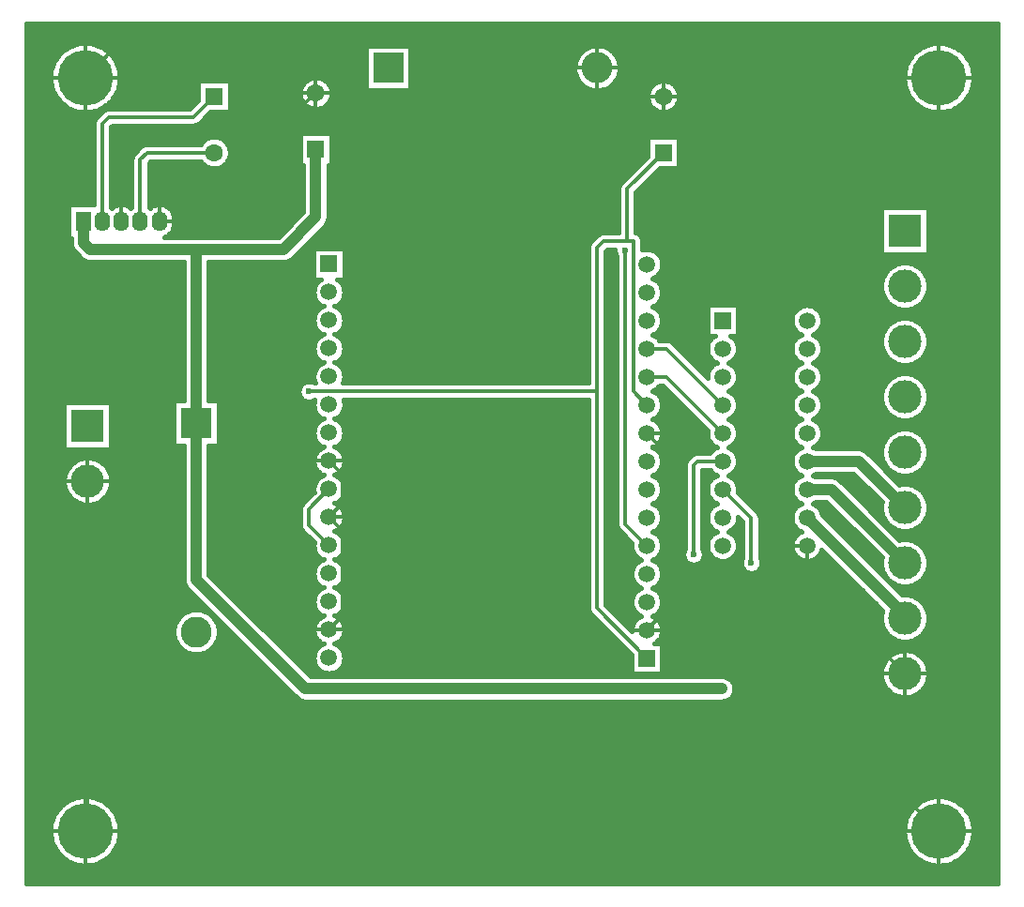
<source format=gbr>
G04 DipTrace 3.3.0.1*
G04 Bottom.gbr*
%MOIN*%
G04 #@! TF.FileFunction,Copper,L2,Bot*
G04 #@! TF.Part,Single*
G04 #@! TA.AperFunction,CopperBalancing*
%ADD13C,0.011811*%
G04 #@! TA.AperFunction,Conductor*
%ADD14C,0.03937*%
G04 #@! TA.AperFunction,ViaPad*
%ADD15C,0.023622*%
G04 #@! TA.AperFunction,CopperBalancing*
%ADD16C,0.015748*%
G04 #@! TA.AperFunction,ComponentPad*
%ADD20C,0.062992*%
%ADD21R,0.062992X0.062992*%
%ADD22R,0.110236X0.110236*%
%ADD23C,0.110236*%
%ADD24R,0.059055X0.059055*%
%ADD25C,0.059055*%
%ADD26R,0.11811X0.11811*%
%ADD27C,0.11811*%
%ADD28R,0.055118X0.070866*%
%ADD29O,0.055118X0.070866*%
%ADD30C,0.19685*%
%FSLAX26Y26*%
G04*
G70*
G90*
G75*
G01*
G04 Bottom*
%LPD*%
X2604228Y2101421D2*
D13*
X2556983Y2148667D1*
Y2684101D1*
X2533361D1*
X2450227D1*
X2426605Y2660479D1*
Y2149243D1*
Y1379045D1*
X2604228Y1201421D1*
X805295Y2754509D2*
Y2974306D1*
X828919Y2997929D1*
X1067571D1*
X1475383Y1801997D2*
X1404514Y1731129D1*
Y1672866D1*
X1475383Y1601997D1*
X2662512Y2997843D2*
X2533361Y2868692D1*
Y2684101D1*
X1404514Y2149243D2*
X2426605D1*
X1428555Y3209573D2*
X973491Y2754509D1*
X872618D1*
X1475383Y1901997D2*
X1522629Y1854752D1*
Y1749243D1*
X1475383Y1701997D1*
X1522629Y1654752D1*
Y1349243D1*
X1475383Y1301997D1*
X1428555Y3209573D2*
Y3306894D1*
X1378824Y3356625D1*
X701352D1*
X609269Y3264542D1*
X3640765Y587377D2*
X3520404Y707738D1*
Y1146100D1*
X3173199Y1601445D2*
X3105509D1*
X2903638Y1399573D1*
X2698719D1*
Y1906930D1*
X2604228Y2001421D1*
X2698719Y1399573D2*
Y1395912D1*
X2604228Y1301421D1*
X3520404Y1146100D2*
X3173199Y1493304D1*
Y1601445D1*
X618134Y1830593D2*
Y596241D1*
X609269Y587377D1*
X603327Y2754509D2*
D14*
Y2677738D1*
X626951Y2654113D1*
X1003786D1*
X1314089D1*
X1428555Y2768579D1*
Y3009573D1*
X1003786Y2654113D2*
Y2036629D1*
X2871331Y1092280D2*
X1391738D1*
X1003786Y1480231D1*
Y2036629D1*
X2527455Y2648668D2*
D13*
Y1678194D1*
X2604228Y1601421D1*
X1067571Y3197929D2*
X994416Y3124774D1*
X694274D1*
X670650Y3101150D1*
Y2754509D1*
X3173199Y1901445D2*
D14*
X3355610D1*
X3520404Y1736651D1*
X3173199Y1801445D2*
X3258760D1*
X3520404Y1539801D1*
X3173199Y1701445D2*
X3531694Y1342950D1*
X3520404D1*
X2604228Y2301421D2*
D13*
X2673223D1*
X2873199Y2101445D1*
X2604228Y2201421D2*
X2673223D1*
X2873199Y2001445D1*
Y1901445D2*
X2783958D1*
X2770703Y1888190D1*
Y1570471D1*
X2873199Y1801445D2*
X2975395Y1699249D1*
Y1540059D1*
D15*
X1404514Y2149243D3*
X2871331Y1092280D3*
X2770703Y1570471D3*
X2975395Y1540059D3*
X2527455Y2648668D3*
X403165Y3441077D2*
D16*
X3848803D1*
X403165Y3425461D2*
X3848803D1*
X403165Y3409844D2*
X3848803D1*
X403165Y3394227D2*
X3848803D1*
X403165Y3378610D2*
X562539D1*
X655995D2*
X3594035D1*
X3687491D2*
X3848803D1*
X403165Y3362993D2*
X534488D1*
X684046D2*
X1604555D1*
X1766446D2*
X2378854D1*
X2475600D2*
X3565984D1*
X3715542D2*
X3848803D1*
X403165Y3347377D2*
X517203D1*
X701332D2*
X1604555D1*
X1766446D2*
X2362829D1*
X2491625D2*
X3548699D1*
X3732828D2*
X3848803D1*
X403165Y3331760D2*
X505084D1*
X713482D2*
X1604555D1*
X1766446D2*
X2353417D1*
X2501037D2*
X3536580D1*
X3744978D2*
X3848803D1*
X403165Y3316143D2*
X496411D1*
X722155D2*
X1604555D1*
X1766446D2*
X2348189D1*
X2506265D2*
X3527907D1*
X3753651D2*
X3848803D1*
X403165Y3300526D2*
X490413D1*
X728122D2*
X1604555D1*
X1766446D2*
X2346281D1*
X2508142D2*
X3521909D1*
X3759618D2*
X3848803D1*
X403165Y3284909D2*
X486722D1*
X731812D2*
X1604555D1*
X1766446D2*
X2347512D1*
X2506942D2*
X3518218D1*
X3763308D2*
X3848803D1*
X403165Y3269293D2*
X485122D1*
X733444D2*
X1604555D1*
X1766446D2*
X2352003D1*
X2502451D2*
X3516618D1*
X3764940D2*
X3848803D1*
X403165Y3253676D2*
X485492D1*
X733043D2*
X1010252D1*
X1124899D2*
X1392879D1*
X1464219D2*
X1604555D1*
X1766446D2*
X2360399D1*
X2494024D2*
X3516988D1*
X3764539D2*
X3848803D1*
X403165Y3238059D2*
X487921D1*
X730613D2*
X1010252D1*
X1124899D2*
X1379070D1*
X1478060D2*
X1604555D1*
X1766446D2*
X2374640D1*
X2479783D2*
X2622333D1*
X2702685D2*
X3519417D1*
X3762109D2*
X3848803D1*
X403165Y3222442D2*
X492474D1*
X726062D2*
X1010252D1*
X1124899D2*
X1372734D1*
X1484366D2*
X1604555D1*
X1766446D2*
X2404291D1*
X2450163D2*
X2610923D1*
X2714127D2*
X3523970D1*
X3757558D2*
X3848803D1*
X403165Y3206825D2*
X499455D1*
X719110D2*
X1010252D1*
X1124899D2*
X1371287D1*
X1485811D2*
X2605908D1*
X2719110D2*
X3530951D1*
X3750606D2*
X3848803D1*
X403165Y3191209D2*
X509360D1*
X709175D2*
X1010252D1*
X1124899D2*
X1374332D1*
X1482766D2*
X2605571D1*
X2719449D2*
X3540856D1*
X3740671D2*
X3848803D1*
X403165Y3175592D2*
X523201D1*
X695335D2*
X1001024D1*
X1124899D2*
X1382791D1*
X1474339D2*
X2609815D1*
X2715203D2*
X3554697D1*
X3726831D2*
X3848803D1*
X403165Y3159975D2*
X543531D1*
X675003D2*
X985399D1*
X1124899D2*
X1401522D1*
X1455576D2*
X2620026D1*
X2704992D2*
X3575028D1*
X3706499D2*
X3848803D1*
X403165Y3144358D2*
X583087D1*
X635449D2*
X669639D1*
X1124899D2*
X2645217D1*
X2679802D2*
X3614583D1*
X3666945D2*
X3848803D1*
X403165Y3128741D2*
X654014D1*
X1042621D2*
X3848803D1*
X403165Y3113125D2*
X641403D1*
X1026996D2*
X3848803D1*
X403165Y3097508D2*
X638912D1*
X1008879D2*
X3848803D1*
X403165Y3081891D2*
X638912D1*
X702378D2*
X3848803D1*
X403165Y3066274D2*
X638912D1*
X702378D2*
X3848803D1*
X403165Y3050657D2*
X638912D1*
X702378D2*
X1047899D1*
X1087251D2*
X1371226D1*
X1485873D2*
X2605201D1*
X2719848D2*
X3848803D1*
X403165Y3035041D2*
X638912D1*
X702378D2*
X1024400D1*
X1110749D2*
X1371226D1*
X1485873D2*
X2605201D1*
X2719848D2*
X3848803D1*
X403165Y3019424D2*
X638912D1*
X702378D2*
X806203D1*
X1120592D2*
X1371226D1*
X1485873D2*
X2605201D1*
X2719848D2*
X3848803D1*
X403165Y3003807D2*
X638912D1*
X702378D2*
X790579D1*
X1124591D2*
X1371226D1*
X1485873D2*
X2605201D1*
X2719848D2*
X3848803D1*
X403165Y2988190D2*
X638912D1*
X702378D2*
X776953D1*
X1124037D2*
X1371226D1*
X1485873D2*
X2605201D1*
X2719848D2*
X3848803D1*
X403165Y2972573D2*
X638912D1*
X702378D2*
X773570D1*
X1118808D2*
X1371226D1*
X1485873D2*
X2593021D1*
X2719848D2*
X3848803D1*
X403165Y2956957D2*
X638912D1*
X702378D2*
X773570D1*
X837035D2*
X1028184D1*
X1106936D2*
X1371226D1*
X1485873D2*
X2577396D1*
X2719848D2*
X3848803D1*
X403165Y2941340D2*
X638912D1*
X702378D2*
X773570D1*
X837035D2*
X1383037D1*
X1474062D2*
X2561772D1*
X2650243D2*
X3848803D1*
X403165Y2925723D2*
X638912D1*
X702378D2*
X773570D1*
X837035D2*
X1383037D1*
X1474062D2*
X2546177D1*
X2634618D2*
X3848803D1*
X403165Y2910106D2*
X638912D1*
X702378D2*
X773570D1*
X837035D2*
X1383037D1*
X1474062D2*
X2530551D1*
X2618993D2*
X3848803D1*
X403165Y2894490D2*
X638912D1*
X702378D2*
X773570D1*
X837035D2*
X1383037D1*
X1474062D2*
X2514927D1*
X2603367D2*
X3848803D1*
X403165Y2878873D2*
X638912D1*
X702378D2*
X773570D1*
X837035D2*
X1383037D1*
X1474062D2*
X2503392D1*
X2587774D2*
X3848803D1*
X403165Y2863256D2*
X638912D1*
X702378D2*
X773570D1*
X837035D2*
X1383037D1*
X1474062D2*
X2501639D1*
X2572148D2*
X3848803D1*
X403165Y2847639D2*
X638912D1*
X702378D2*
X773570D1*
X837035D2*
X1383037D1*
X1474062D2*
X2501639D1*
X2565105D2*
X3848803D1*
X403165Y2832022D2*
X638912D1*
X702378D2*
X773570D1*
X837035D2*
X1383037D1*
X1474062D2*
X2501639D1*
X2565105D2*
X3848803D1*
X403165Y2816406D2*
X638912D1*
X702378D2*
X773570D1*
X837035D2*
X1383037D1*
X1474062D2*
X2501639D1*
X2565105D2*
X3848803D1*
X403165Y2800789D2*
X549929D1*
X908978D2*
X1383037D1*
X1474062D2*
X2501639D1*
X2565105D2*
X3435510D1*
X3605276D2*
X3848803D1*
X403165Y2785172D2*
X549929D1*
X920728D2*
X1381437D1*
X1474062D2*
X2501639D1*
X2565105D2*
X3435510D1*
X3605276D2*
X3848803D1*
X403165Y2769555D2*
X549929D1*
X925495D2*
X1365812D1*
X1474062D2*
X2501639D1*
X2565105D2*
X3435510D1*
X3605276D2*
X3848803D1*
X403165Y2753938D2*
X549929D1*
X926018D2*
X1350218D1*
X1471571D2*
X2501639D1*
X2565105D2*
X3435510D1*
X3605276D2*
X3848803D1*
X403165Y2738322D2*
X549929D1*
X925341D2*
X1334593D1*
X1461974D2*
X2501639D1*
X2565105D2*
X3435510D1*
X3605276D2*
X3848803D1*
X403165Y2722705D2*
X549929D1*
X920143D2*
X1318969D1*
X1446379D2*
X2501639D1*
X2565105D2*
X3435510D1*
X3605276D2*
X3848803D1*
X403165Y2707088D2*
X549929D1*
X907656D2*
X1303344D1*
X1430786D2*
X2429143D1*
X2578085D2*
X3435510D1*
X3605276D2*
X3848803D1*
X403165Y2691471D2*
X557803D1*
X1415160D2*
X2413365D1*
X2587804D2*
X3435510D1*
X3605276D2*
X3848803D1*
X403165Y2675854D2*
X557865D1*
X1399535D2*
X2399093D1*
X2588727D2*
X3435510D1*
X3605276D2*
X3848803D1*
X403165Y2660238D2*
X561463D1*
X1383911D2*
X2394879D1*
X2588727D2*
X3435510D1*
X3605276D2*
X3848803D1*
X403165Y2644621D2*
X572720D1*
X1368316D2*
X1420039D1*
X1530748D2*
X2394879D1*
X2458345D2*
X2490043D1*
X2637848D2*
X3435510D1*
X3605276D2*
X3848803D1*
X403165Y2629004D2*
X588346D1*
X1352692D2*
X1420039D1*
X1530748D2*
X2394879D1*
X2458345D2*
X2495642D1*
X2651966D2*
X3848803D1*
X403165Y2613387D2*
X608892D1*
X1332146D2*
X1420039D1*
X1530748D2*
X2394879D1*
X2458345D2*
X2495734D1*
X2658240D2*
X3848803D1*
X403165Y2597770D2*
X958270D1*
X1049295D2*
X1420039D1*
X1530748D2*
X2394879D1*
X2458345D2*
X2495734D1*
X2659470D2*
X3480017D1*
X3560768D2*
X3848803D1*
X403165Y2582154D2*
X958270D1*
X1049295D2*
X1420039D1*
X1530748D2*
X2394879D1*
X2458345D2*
X2495734D1*
X2656025D2*
X3459133D1*
X3581684D2*
X3848803D1*
X403165Y2566537D2*
X958270D1*
X1049295D2*
X1420039D1*
X1530748D2*
X2394879D1*
X2458345D2*
X2495734D1*
X2646736D2*
X3447167D1*
X3593648D2*
X3848803D1*
X403165Y2550920D2*
X958270D1*
X1049295D2*
X1420039D1*
X1530748D2*
X2394879D1*
X2458345D2*
X2495734D1*
X2626836D2*
X3439970D1*
X3600846D2*
X3848803D1*
X403165Y2535303D2*
X958270D1*
X1049295D2*
X1431573D1*
X1519184D2*
X2394879D1*
X2458345D2*
X2495734D1*
X2647567D2*
X3436280D1*
X3604537D2*
X3848803D1*
X403165Y2519686D2*
X958270D1*
X1049295D2*
X1423022D1*
X1527735D2*
X2394879D1*
X2458345D2*
X2495734D1*
X2656395D2*
X3435633D1*
X3605182D2*
X3848803D1*
X403165Y2504070D2*
X958270D1*
X1049295D2*
X1420070D1*
X1530688D2*
X2394879D1*
X2458345D2*
X2495734D1*
X2659531D2*
X3437940D1*
X3602845D2*
X3848803D1*
X403165Y2488453D2*
X958270D1*
X1049295D2*
X1421761D1*
X1528996D2*
X2394879D1*
X2458345D2*
X2495734D1*
X2657993D2*
X3443507D1*
X3597308D2*
X3848803D1*
X403165Y2472836D2*
X958270D1*
X1049295D2*
X1428621D1*
X1522136D2*
X2394879D1*
X2458345D2*
X2495734D1*
X2651350D2*
X3453134D1*
X3587681D2*
X3848803D1*
X403165Y2457219D2*
X958270D1*
X1049295D2*
X1444030D1*
X1506757D2*
X2394879D1*
X2458345D2*
X2495734D1*
X2636433D2*
X3469097D1*
X3571718D2*
X3848803D1*
X403165Y2441602D2*
X958270D1*
X1049295D2*
X1437417D1*
X1513340D2*
X2394879D1*
X2458345D2*
X2495734D1*
X2641538D2*
X2817831D1*
X2928541D2*
X3135866D1*
X3210559D2*
X3506899D1*
X3533886D2*
X3848803D1*
X403165Y2425986D2*
X958270D1*
X1049295D2*
X1425668D1*
X1525089D2*
X2394879D1*
X2458345D2*
X2495734D1*
X2653657D2*
X2817831D1*
X2928541D2*
X3123780D1*
X3222617D2*
X3848803D1*
X403165Y2410369D2*
X958270D1*
X1049295D2*
X1420685D1*
X1530072D2*
X2394879D1*
X2458345D2*
X2495734D1*
X2658824D2*
X2817831D1*
X2928541D2*
X3118581D1*
X3227815D2*
X3514004D1*
X3526818D2*
X3848803D1*
X403165Y2394752D2*
X958270D1*
X1049295D2*
X1420531D1*
X1530256D2*
X2394879D1*
X2458345D2*
X2495734D1*
X2659163D2*
X2817831D1*
X2928541D2*
X3118273D1*
X3228122D2*
X3470081D1*
X3570734D2*
X3848803D1*
X403165Y2379135D2*
X958270D1*
X1049295D2*
X1425144D1*
X1525643D2*
X2394879D1*
X2458345D2*
X2495734D1*
X2654734D2*
X2817831D1*
X2928541D2*
X3122702D1*
X3223693D2*
X3453688D1*
X3587127D2*
X3848803D1*
X403165Y2363518D2*
X958270D1*
X1049295D2*
X1436248D1*
X1514539D2*
X2394879D1*
X2458345D2*
X2495734D1*
X2643969D2*
X2817831D1*
X2928541D2*
X3133499D1*
X3212896D2*
X3443845D1*
X3596940D2*
X3848803D1*
X403165Y2347902D2*
X958270D1*
X1049295D2*
X1445783D1*
X1504974D2*
X2394879D1*
X2458345D2*
X2495734D1*
X2632865D2*
X2817831D1*
X2928541D2*
X3144541D1*
X3201854D2*
X3438125D1*
X3602660D2*
X3848803D1*
X403165Y2332285D2*
X958270D1*
X1049295D2*
X1429358D1*
X1521398D2*
X2394879D1*
X2458345D2*
X2495734D1*
X2649843D2*
X2827580D1*
X2918820D2*
X3127562D1*
X3218833D2*
X3435664D1*
X3605121D2*
X3848803D1*
X403165Y2316668D2*
X958270D1*
X1049295D2*
X1422068D1*
X1528688D2*
X2394879D1*
X2458345D2*
X2495734D1*
X2702193D2*
X2820045D1*
X2926357D2*
X3120058D1*
X3226369D2*
X3436186D1*
X3604629D2*
X3848803D1*
X403165Y2301051D2*
X958270D1*
X1049295D2*
X1420039D1*
X1530718D2*
X2394879D1*
X2458345D2*
X2495734D1*
X2717818D2*
X2817861D1*
X2928541D2*
X3117843D1*
X3228552D2*
X3439724D1*
X3601062D2*
X3848803D1*
X403165Y2285434D2*
X958270D1*
X1049295D2*
X1422654D1*
X1528134D2*
X2394879D1*
X2458345D2*
X2495734D1*
X2733444D2*
X2820291D1*
X2926110D2*
X3120273D1*
X3226122D2*
X3446736D1*
X3594049D2*
X3848803D1*
X403165Y2269818D2*
X958270D1*
X1049295D2*
X1430711D1*
X1520045D2*
X2394879D1*
X2458345D2*
X2495734D1*
X2749037D2*
X2828134D1*
X2918268D2*
X3128115D1*
X3218280D2*
X3458425D1*
X3582361D2*
X3848803D1*
X403165Y2254201D2*
X958270D1*
X1049295D2*
X1449167D1*
X1501621D2*
X2394879D1*
X2458345D2*
X2495734D1*
X2764663D2*
X2845944D1*
X2900458D2*
X3145925D1*
X3200471D2*
X3478694D1*
X3562122D2*
X3848803D1*
X403165Y2238584D2*
X958270D1*
X1049295D2*
X1434403D1*
X1516385D2*
X2394879D1*
X2458345D2*
X2495734D1*
X2780287D2*
X2832717D1*
X2913684D2*
X3132730D1*
X3213665D2*
X3848803D1*
X403165Y2222967D2*
X958270D1*
X1049295D2*
X1424283D1*
X1526474D2*
X2394879D1*
X2458345D2*
X2495734D1*
X2795912D2*
X2822352D1*
X2924050D2*
X3122333D1*
X3224062D2*
X3848803D1*
X403165Y2207350D2*
X958270D1*
X1049295D2*
X1420285D1*
X1530472D2*
X2394879D1*
X2458345D2*
X2495734D1*
X2928232D2*
X3118181D1*
X3228214D2*
X3487029D1*
X3553786D2*
X3848803D1*
X403165Y2191734D2*
X958270D1*
X1049295D2*
X1421024D1*
X1529764D2*
X2394879D1*
X2458345D2*
X2495734D1*
X2927678D2*
X3118735D1*
X3227660D2*
X3462516D1*
X3578301D2*
X3848803D1*
X403165Y2176117D2*
X958270D1*
X1049295D2*
X1378885D1*
X2458345D2*
X2495734D1*
X2922205D2*
X3124178D1*
X3222217D2*
X3449228D1*
X3591588D2*
X3848803D1*
X403165Y2160500D2*
X958270D1*
X1049295D2*
X1368673D1*
X2458345D2*
X2495734D1*
X2640709D2*
X2669916D1*
X2909655D2*
X3136759D1*
X3209636D2*
X3441169D1*
X3599646D2*
X3848803D1*
X403165Y2144883D2*
X958270D1*
X1049295D2*
X1367135D1*
X2458345D2*
X2495734D1*
X2637479D2*
X2685541D1*
X2906487D2*
X3139927D1*
X3206469D2*
X3436802D1*
X3604014D2*
X3848803D1*
X403165Y2129266D2*
X958270D1*
X1049295D2*
X1372917D1*
X2458345D2*
X2495734D1*
X2651811D2*
X2701165D1*
X2920789D2*
X3125593D1*
X3220802D2*
X3435541D1*
X3605276D2*
X3848803D1*
X403165Y2113650D2*
X922837D1*
X1084728D2*
X1397125D1*
X1411900D2*
X1421328D1*
X1529457D2*
X2394879D1*
X2458345D2*
X2495734D1*
X2658178D2*
X2716760D1*
X2927156D2*
X3119257D1*
X3227138D2*
X3437202D1*
X3603583D2*
X3848803D1*
X403165Y2098033D2*
X533259D1*
X703024D2*
X922837D1*
X1084728D2*
X1420161D1*
X1530594D2*
X2394879D1*
X2458345D2*
X2495734D1*
X2659470D2*
X2732385D1*
X2928448D2*
X3117966D1*
X3228461D2*
X3442062D1*
X3598755D2*
X3848803D1*
X403165Y2082416D2*
X533259D1*
X703024D2*
X922837D1*
X1084728D2*
X1423730D1*
X1527058D2*
X2394879D1*
X2458345D2*
X2495734D1*
X2656118D2*
X2748010D1*
X2925064D2*
X3121319D1*
X3225077D2*
X3450705D1*
X3590112D2*
X3848803D1*
X403165Y2066799D2*
X533259D1*
X703024D2*
X922837D1*
X1084728D2*
X1433142D1*
X1517615D2*
X2394879D1*
X2458345D2*
X2495734D1*
X2646951D2*
X2763635D1*
X2915899D2*
X3130484D1*
X3215911D2*
X3464976D1*
X3575840D2*
X3848803D1*
X403165Y2051182D2*
X533259D1*
X703024D2*
X922837D1*
X1084728D2*
X1452058D1*
X1498699D2*
X2394879D1*
X2458345D2*
X2495734D1*
X2626190D2*
X2779230D1*
X2895230D2*
X3151184D1*
X3195241D2*
X3492904D1*
X3547912D2*
X3848803D1*
X403165Y2035566D2*
X533259D1*
X703024D2*
X922837D1*
X1084728D2*
X1431789D1*
X1518969D2*
X2394879D1*
X2458345D2*
X2495734D1*
X2647352D2*
X2794854D1*
X2916329D2*
X3130054D1*
X3216341D2*
X3848803D1*
X403165Y2019949D2*
X533259D1*
X703024D2*
X922837D1*
X1084728D2*
X1423114D1*
X1527642D2*
X2394879D1*
X2458345D2*
X2495734D1*
X2656302D2*
X2810479D1*
X2925280D2*
X3121134D1*
X3225261D2*
X3848803D1*
X403165Y2004332D2*
X533259D1*
X703024D2*
X922837D1*
X1084728D2*
X1420070D1*
X1530688D2*
X2394879D1*
X2458345D2*
X2495734D1*
X2659501D2*
X2817923D1*
X2928479D2*
X3117934D1*
X3228491D2*
X3474972D1*
X3565844D2*
X3848803D1*
X403165Y1988715D2*
X533259D1*
X703024D2*
X922837D1*
X1084728D2*
X1421699D1*
X1529056D2*
X2394879D1*
X2458345D2*
X2495734D1*
X2658055D2*
X2819369D1*
X2927033D2*
X3119381D1*
X3227014D2*
X3456457D1*
X3584360D2*
X3848803D1*
X403165Y1973098D2*
X533259D1*
X703024D2*
X922837D1*
X1084728D2*
X1428466D1*
X1522322D2*
X2394879D1*
X2458345D2*
X2495734D1*
X2651535D2*
X2825920D1*
X2920482D2*
X3125932D1*
X3220463D2*
X3445537D1*
X3595278D2*
X3848803D1*
X403165Y1957482D2*
X533259D1*
X703024D2*
X922837D1*
X1084728D2*
X1443630D1*
X1507126D2*
X2394879D1*
X2458345D2*
X2495734D1*
X2636802D2*
X2840652D1*
X2905748D2*
X3140634D1*
X3205761D2*
X3439047D1*
X3601769D2*
X3848803D1*
X403165Y1941865D2*
X958270D1*
X1049295D2*
X1437724D1*
X1513063D2*
X2394879D1*
X2458345D2*
X2495734D1*
X2641261D2*
X2836161D1*
X2910239D2*
X3136143D1*
X3374407D2*
X3435941D1*
X3604875D2*
X3848803D1*
X403165Y1926248D2*
X958270D1*
X1049295D2*
X1425822D1*
X1524966D2*
X2394879D1*
X2458345D2*
X2495734D1*
X2653504D2*
X2765235D1*
X2922480D2*
X3123902D1*
X3394522D2*
X3435848D1*
X3604967D2*
X3848803D1*
X403165Y1910631D2*
X593451D1*
X642831D2*
X958270D1*
X1049295D2*
X1420715D1*
X1530041D2*
X2394879D1*
X2458345D2*
X2495734D1*
X2658794D2*
X2748933D1*
X2927772D2*
X3118642D1*
X3410147D2*
X3438709D1*
X3602076D2*
X3848803D1*
X403165Y1895014D2*
X563740D1*
X672542D2*
X958270D1*
X1049295D2*
X1420470D1*
X1530287D2*
X2394879D1*
X2458345D2*
X2495734D1*
X2659193D2*
X2739766D1*
X2928171D2*
X3118243D1*
X3425741D2*
X3444953D1*
X3595864D2*
X3848803D1*
X403165Y1879398D2*
X549037D1*
X687214D2*
X958270D1*
X1049295D2*
X1425021D1*
X1525766D2*
X2394879D1*
X2458345D2*
X2495734D1*
X2654857D2*
X2738967D1*
X2923835D2*
X3122579D1*
X3441366D2*
X3455472D1*
X3585314D2*
X3848803D1*
X403165Y1863781D2*
X540148D1*
X696134D2*
X958270D1*
X1049295D2*
X1435971D1*
X1514785D2*
X2394879D1*
X2458345D2*
X2495734D1*
X2644214D2*
X2738967D1*
X2802433D2*
X2833240D1*
X2913161D2*
X3133222D1*
X3456991D2*
X3473219D1*
X3567566D2*
X3848803D1*
X403165Y1848164D2*
X535135D1*
X701147D2*
X958270D1*
X1049295D2*
X1446214D1*
X1504543D2*
X2394879D1*
X2458345D2*
X2495734D1*
X2632403D2*
X2738967D1*
X2802433D2*
X2844990D1*
X2901412D2*
X3145001D1*
X3201424D2*
X3345175D1*
X3472617D2*
X3848803D1*
X403165Y1832547D2*
X533289D1*
X702992D2*
X958270D1*
X1049295D2*
X1429543D1*
X1521214D2*
X2394879D1*
X2458345D2*
X2495734D1*
X2649659D2*
X2738967D1*
X2802433D2*
X2827765D1*
X2918636D2*
X3127747D1*
X3291360D2*
X3360799D1*
X3488210D2*
X3848803D1*
X403165Y1816930D2*
X534366D1*
X701886D2*
X958270D1*
X1049295D2*
X1422130D1*
X1528626D2*
X2394879D1*
X2458345D2*
X2495734D1*
X2657286D2*
X2738967D1*
X2802433D2*
X2820138D1*
X2926264D2*
X3120118D1*
X3306986D2*
X3376424D1*
X3544220D2*
X3848803D1*
X403165Y1801314D2*
X538580D1*
X697702D2*
X958270D1*
X1049295D2*
X1420039D1*
X1530718D2*
X2394879D1*
X2458345D2*
X2495734D1*
X2659593D2*
X2738967D1*
X2802433D2*
X2817831D1*
X2928541D2*
X3117843D1*
X3322610D2*
X3392018D1*
X3574517D2*
X3848803D1*
X403165Y1785697D2*
X546392D1*
X689890D2*
X958270D1*
X1049295D2*
X1414871D1*
X1528196D2*
X2394879D1*
X2458345D2*
X2495734D1*
X2657224D2*
X2738967D1*
X2802433D2*
X2820198D1*
X2933185D2*
X3120211D1*
X3338205D2*
X3407643D1*
X3589311D2*
X3848803D1*
X403165Y1770080D2*
X559311D1*
X676971D2*
X958270D1*
X1049295D2*
X1399247D1*
X1520230D2*
X2394879D1*
X2458345D2*
X2495734D1*
X2649505D2*
X2738967D1*
X2802433D2*
X2827950D1*
X2948780D2*
X3127932D1*
X3353829D2*
X3423268D1*
X3598293D2*
X3848803D1*
X403165Y1754463D2*
X582717D1*
X653534D2*
X958270D1*
X1049295D2*
X1383622D1*
X1502113D2*
X2394879D1*
X2458345D2*
X2495734D1*
X2632004D2*
X2738967D1*
X2802433D2*
X2845451D1*
X2964404D2*
X3145463D1*
X3200932D2*
X3242043D1*
X3369454D2*
X3437448D1*
X3603367D2*
X3848803D1*
X403165Y1738846D2*
X958270D1*
X1049295D2*
X1373780D1*
X1516139D2*
X2394879D1*
X2458345D2*
X2495734D1*
X2644429D2*
X2738967D1*
X2802433D2*
X2832993D1*
X2980029D2*
X3132975D1*
X3213420D2*
X3257638D1*
X3385079D2*
X3435541D1*
X3605244D2*
X3848803D1*
X403165Y1723230D2*
X958270D1*
X1049295D2*
X1372795D1*
X1526381D2*
X2394879D1*
X2458345D2*
X2495734D1*
X2654949D2*
X2738967D1*
X2802433D2*
X2822444D1*
X2995654D2*
X3122457D1*
X3223938D2*
X3273262D1*
X3400673D2*
X3436617D1*
X3604198D2*
X3848803D1*
X403165Y1707613D2*
X958270D1*
X1049295D2*
X1372795D1*
X1530441D2*
X2394879D1*
X2458345D2*
X2495734D1*
X2659224D2*
X2738967D1*
X2802433D2*
X2818199D1*
X3005958D2*
X3118211D1*
X3230736D2*
X3288887D1*
X3416299D2*
X3440739D1*
X3600046D2*
X3848803D1*
X403165Y1691996D2*
X958270D1*
X1049295D2*
X1372795D1*
X1529795D2*
X2394879D1*
X2458345D2*
X2495734D1*
X2658762D2*
X2738967D1*
X2802433D2*
X2818692D1*
X2927710D2*
X2938432D1*
X3007126D2*
X3118673D1*
X3246361D2*
X3304512D1*
X3431924D2*
X3448490D1*
X3592295D2*
X3848803D1*
X403165Y1676379D2*
X958270D1*
X1049295D2*
X1372795D1*
X1524259D2*
X2394879D1*
X2458345D2*
X2495765D1*
X2653411D2*
X2738967D1*
X2802433D2*
X2824043D1*
X2922358D2*
X2943661D1*
X3007126D2*
X3124055D1*
X3261987D2*
X3320106D1*
X3447549D2*
X3461316D1*
X3579500D2*
X3848803D1*
X403165Y1660762D2*
X958270D1*
X1049295D2*
X1375316D1*
X1511495D2*
X2394879D1*
X2458345D2*
X2501270D1*
X2641016D2*
X2738967D1*
X2802433D2*
X2836438D1*
X2909962D2*
X2943661D1*
X3007126D2*
X3136451D1*
X3277580D2*
X3335731D1*
X3463143D2*
X3484476D1*
X3556339D2*
X3848803D1*
X403165Y1645146D2*
X958270D1*
X1049295D2*
X1388020D1*
X1509064D2*
X2394879D1*
X2458345D2*
X2516280D1*
X2637109D2*
X2738967D1*
X2802433D2*
X2840283D1*
X2906118D2*
X2943661D1*
X3007126D2*
X3140265D1*
X3293206D2*
X3351357D1*
X3478768D2*
X3848803D1*
X403165Y1629529D2*
X958270D1*
X1049295D2*
X1403614D1*
X1523151D2*
X2394879D1*
X2458345D2*
X2531906D1*
X2651657D2*
X2738967D1*
X2802433D2*
X2825766D1*
X2920635D2*
X2943661D1*
X3007126D2*
X3125748D1*
X3308831D2*
X3366950D1*
X3494392D2*
X3848803D1*
X403165Y1613912D2*
X958270D1*
X1049295D2*
X1419239D1*
X1529395D2*
X2394879D1*
X2458345D2*
X2547500D1*
X2658117D2*
X2738967D1*
X2802433D2*
X2819307D1*
X2927094D2*
X2943661D1*
X3007126D2*
X3119319D1*
X3324455D2*
X3382576D1*
X3560030D2*
X3848803D1*
X403165Y1598295D2*
X958270D1*
X1049295D2*
X1420161D1*
X1530594D2*
X2394879D1*
X2458345D2*
X2548976D1*
X2659501D2*
X2738967D1*
X2802433D2*
X2817923D1*
X2928448D2*
X2943661D1*
X3007126D2*
X3117934D1*
X3340050D2*
X3398201D1*
X3581283D2*
X3848803D1*
X403165Y1582678D2*
X958270D1*
X1049295D2*
X1423606D1*
X1527150D2*
X2394879D1*
X2458345D2*
X2552236D1*
X2656210D2*
X2735184D1*
X2806217D2*
X2821214D1*
X2925188D2*
X2943661D1*
X3007126D2*
X3121226D1*
X3355675D2*
X3413825D1*
X3593403D2*
X3848803D1*
X403165Y1567062D2*
X958270D1*
X1049295D2*
X1432927D1*
X1517831D2*
X2394879D1*
X2458345D2*
X2561280D1*
X2647167D2*
X2733215D1*
X2808185D2*
X2830287D1*
X2916114D2*
X2943661D1*
X3007126D2*
X3130269D1*
X3216126D2*
X3243858D1*
X3371299D2*
X3429420D1*
X3600692D2*
X3848803D1*
X403165Y1551445D2*
X958270D1*
X1049295D2*
X1452673D1*
X1498114D2*
X2394879D1*
X2458345D2*
X2582778D1*
X2625668D2*
X2738505D1*
X2802925D2*
X2851818D1*
X2894584D2*
X2939601D1*
X3011186D2*
X3151831D1*
X3194566D2*
X3259483D1*
X3386925D2*
X3436340D1*
X3604475D2*
X3848803D1*
X403165Y1535828D2*
X958270D1*
X1049295D2*
X1432004D1*
X1518753D2*
X2394879D1*
X2458345D2*
X2561310D1*
X2647136D2*
X2759114D1*
X2782286D2*
X2938001D1*
X3012786D2*
X3275108D1*
X3402520D2*
X3435602D1*
X3605182D2*
X3848803D1*
X403165Y1520211D2*
X958270D1*
X1049295D2*
X1423207D1*
X1527550D2*
X2394879D1*
X2458345D2*
X2552266D1*
X2656180D2*
X2943722D1*
X3007066D2*
X3290732D1*
X3418144D2*
X3437848D1*
X3602937D2*
X3848803D1*
X403165Y1504594D2*
X958270D1*
X1049295D2*
X1420100D1*
X1530688D2*
X2394879D1*
X2458345D2*
X2548976D1*
X2659501D2*
X2967283D1*
X2983512D2*
X3306327D1*
X3433769D2*
X3443323D1*
X3597493D2*
X3848803D1*
X403165Y1488978D2*
X958270D1*
X1058739D2*
X1421638D1*
X1529150D2*
X2394879D1*
X2458345D2*
X2550329D1*
X2658117D2*
X3321951D1*
X3587990D2*
X3848803D1*
X403165Y1473361D2*
X958824D1*
X1074364D2*
X1428282D1*
X1522475D2*
X2394879D1*
X2458345D2*
X2556789D1*
X2651689D2*
X3337577D1*
X3572241D2*
X3848803D1*
X403165Y1457744D2*
X964453D1*
X1089988D2*
X1443261D1*
X1507526D2*
X2394879D1*
X2458345D2*
X2571276D1*
X2637171D2*
X3353202D1*
X3480613D2*
X3504438D1*
X3536346D2*
X3848803D1*
X403165Y1442127D2*
X978171D1*
X1105613D2*
X1438001D1*
X1512756D2*
X2394879D1*
X2458345D2*
X2567492D1*
X2640954D2*
X3368797D1*
X3496239D2*
X3848803D1*
X403165Y1426510D2*
X993797D1*
X1121207D2*
X1425945D1*
X1524812D2*
X2394879D1*
X2458345D2*
X2555097D1*
X2653381D2*
X3384421D1*
X3511832D2*
X3848803D1*
X403165Y1410894D2*
X1009421D1*
X1136832D2*
X1420777D1*
X1530010D2*
X2394879D1*
X2458345D2*
X2549714D1*
X2658732D2*
X3400046D1*
X3570180D2*
X3848803D1*
X403165Y1395277D2*
X1025016D1*
X1152458D2*
X1420438D1*
X1530318D2*
X2394879D1*
X2458345D2*
X2549222D1*
X2659224D2*
X3415671D1*
X3586790D2*
X3848803D1*
X403165Y1379660D2*
X1040640D1*
X1168083D2*
X1424899D1*
X1525888D2*
X2394879D1*
X2470217D2*
X2553466D1*
X2654980D2*
X3431265D1*
X3596755D2*
X3848803D1*
X403165Y1364043D2*
X963253D1*
X1044312D2*
X1056265D1*
X1183677D2*
X1435694D1*
X1515062D2*
X2398878D1*
X2485843D2*
X2563986D1*
X2644461D2*
X3438248D1*
X3602568D2*
X3848803D1*
X403165Y1348427D2*
X943600D1*
X1063967D2*
X1071890D1*
X1199302D2*
X1446675D1*
X1504113D2*
X2412995D1*
X2501437D2*
X2576535D1*
X2631942D2*
X3435694D1*
X3605121D2*
X3848803D1*
X403165Y1332810D2*
X932496D1*
X1075101D2*
X1087484D1*
X1214927D2*
X1429727D1*
X1521029D2*
X2428621D1*
X2517062D2*
X2558972D1*
X2649474D2*
X3436156D1*
X3604660D2*
X3848803D1*
X403165Y1317193D2*
X926037D1*
X1081530D2*
X1103110D1*
X1230521D2*
X1422223D1*
X1528534D2*
X2444245D1*
X2532686D2*
X2551252D1*
X2657224D2*
X3439601D1*
X3601215D2*
X3848803D1*
X403165Y1301576D2*
X923114D1*
X1084451D2*
X1118735D1*
X1246146D2*
X1420039D1*
X1530748D2*
X2459840D1*
X2659593D2*
X3446521D1*
X3594294D2*
X3848803D1*
X403165Y1285959D2*
X923361D1*
X1084236D2*
X1134360D1*
X1261772D2*
X1422469D1*
X1528287D2*
X2475465D1*
X2657318D2*
X3458055D1*
X3582730D2*
X3848803D1*
X403165Y1270343D2*
X926744D1*
X1080823D2*
X1149954D1*
X1277396D2*
X1430343D1*
X1520445D2*
X2491089D1*
X2649689D2*
X3477987D1*
X3562829D2*
X3848803D1*
X403165Y1254726D2*
X933757D1*
X1073810D2*
X1165579D1*
X1292991D2*
X1448151D1*
X1502605D2*
X2506714D1*
X2659593D2*
X3848803D1*
X403165Y1239109D2*
X945752D1*
X1061814D2*
X1181203D1*
X1308615D2*
X1434895D1*
X1515892D2*
X2522308D1*
X2659593D2*
X3848803D1*
X403165Y1223492D2*
X967559D1*
X1040007D2*
X1196829D1*
X1324240D2*
X1424499D1*
X1526259D2*
X2537933D1*
X2659593D2*
X3488013D1*
X3552802D2*
X3848803D1*
X403165Y1207875D2*
X1212423D1*
X1339865D2*
X1420346D1*
X1530411D2*
X2548883D1*
X2659593D2*
X3462946D1*
X3577870D2*
X3848803D1*
X403165Y1192259D2*
X1228049D1*
X1355459D2*
X1420930D1*
X1529857D2*
X2548883D1*
X2659593D2*
X3449474D1*
X3591341D2*
X3848803D1*
X403165Y1176642D2*
X1243673D1*
X1371084D2*
X1426375D1*
X1524382D2*
X2548883D1*
X2659593D2*
X3441323D1*
X3599492D2*
X3848803D1*
X403165Y1161025D2*
X1259268D1*
X1386710D2*
X1438986D1*
X1511802D2*
X2548883D1*
X2659593D2*
X3436864D1*
X3603953D2*
X3848803D1*
X403165Y1145408D2*
X1274892D1*
X1402335D2*
X3435510D1*
X3605276D2*
X3848803D1*
X403165Y1129791D2*
X1290517D1*
X2895783D2*
X3437140D1*
X3603676D2*
X3848803D1*
X403165Y1114175D2*
X1306142D1*
X2911008D2*
X3441877D1*
X3598938D2*
X3848803D1*
X403165Y1098558D2*
X1321736D1*
X2916391D2*
X3450428D1*
X3590388D2*
X3848803D1*
X403165Y1082941D2*
X1337362D1*
X2915837D2*
X3464514D1*
X3576301D2*
X3848803D1*
X403165Y1067324D2*
X1352987D1*
X2909071D2*
X3491735D1*
X3549080D2*
X3848803D1*
X403165Y1051707D2*
X1373287D1*
X2889755D2*
X3848803D1*
X403165Y1036091D2*
X3848803D1*
X403165Y1020474D2*
X3848803D1*
X403165Y1004857D2*
X3848803D1*
X403165Y989240D2*
X3848803D1*
X403165Y973623D2*
X3848803D1*
X403165Y958007D2*
X3848803D1*
X403165Y942390D2*
X3848803D1*
X403165Y926773D2*
X3848803D1*
X403165Y911156D2*
X3848803D1*
X403165Y895539D2*
X3848803D1*
X403165Y879923D2*
X3848803D1*
X403165Y864306D2*
X3848803D1*
X403165Y848689D2*
X3848803D1*
X403165Y833072D2*
X3848803D1*
X403165Y817455D2*
X3848803D1*
X403165Y801839D2*
X3848803D1*
X403165Y786222D2*
X3848803D1*
X403165Y770605D2*
X3848803D1*
X403165Y754988D2*
X3848803D1*
X403165Y739371D2*
X3848803D1*
X403165Y723755D2*
X3848803D1*
X403165Y708138D2*
X586101D1*
X632434D2*
X3617597D1*
X3663930D2*
X3848803D1*
X403165Y692521D2*
X544486D1*
X674050D2*
X3575982D1*
X3705546D2*
X3848803D1*
X403165Y676904D2*
X523816D1*
X694719D2*
X3555312D1*
X3726215D2*
X3848803D1*
X403165Y661287D2*
X509790D1*
X708744D2*
X3541286D1*
X3740240D2*
X3848803D1*
X403165Y645671D2*
X499764D1*
X718772D2*
X3531260D1*
X3750268D2*
X3848803D1*
X403165Y630054D2*
X492689D1*
X725846D2*
X3524185D1*
X3757343D2*
X3848803D1*
X403165Y614437D2*
X488045D1*
X730491D2*
X3519541D1*
X3761987D2*
X3848803D1*
X403165Y598820D2*
X485552D1*
X732982D2*
X3517049D1*
X3764478D2*
X3848803D1*
X403165Y583203D2*
X485092D1*
X733444D2*
X3516588D1*
X3764940D2*
X3848803D1*
X403165Y567587D2*
X486630D1*
X731906D2*
X3518126D1*
X3763402D2*
X3848803D1*
X403165Y551970D2*
X490228D1*
X728307D2*
X3521724D1*
X3759803D2*
X3848803D1*
X403165Y536353D2*
X496134D1*
X722402D2*
X3527630D1*
X3753898D2*
X3848803D1*
X403165Y520736D2*
X504685D1*
X713850D2*
X3536181D1*
X3745346D2*
X3848803D1*
X403165Y505119D2*
X516680D1*
X701854D2*
X3548176D1*
X3733350D2*
X3848803D1*
X403165Y489503D2*
X533720D1*
X684815D2*
X3565217D1*
X3716311D2*
X3848803D1*
X403165Y473886D2*
X561125D1*
X657409D2*
X3592621D1*
X3688906D2*
X3848803D1*
X403165Y458269D2*
X3848803D1*
X403165Y442652D2*
X3848803D1*
X403165Y427035D2*
X3848803D1*
X403165Y411419D2*
X3848803D1*
X1484281Y3207999D2*
X1483748Y3201726D1*
X1482510Y3195552D1*
X1480587Y3189558D1*
X1477997Y3183819D1*
X1474778Y3178408D1*
X1470970Y3173395D1*
X1466619Y3168844D1*
X1461785Y3164811D1*
X1456526Y3161350D1*
X1450909Y3158504D1*
X1445009Y3156308D1*
X1438898Y3154794D1*
X1432656Y3153976D1*
X1426361Y3153869D1*
X1420093Y3154471D1*
X1413934Y3155777D1*
X1407962Y3157768D1*
X1402252Y3160421D1*
X1396878Y3163699D1*
X1391907Y3167564D1*
X1387404Y3171965D1*
X1383427Y3176844D1*
X1380024Y3182142D1*
X1377240Y3187789D1*
X1375110Y3193713D1*
X1373663Y3199840D1*
X1372916Y3206092D1*
X1372878Y3212387D1*
X1373550Y3218647D1*
X1374924Y3224791D1*
X1376982Y3230741D1*
X1379698Y3236421D1*
X1383037Y3241759D1*
X1386957Y3246686D1*
X1391406Y3251140D1*
X1396329Y3255064D1*
X1401664Y3258407D1*
X1407343Y3261127D1*
X1413290Y3263190D1*
X1419433Y3264570D1*
X1425693Y3265248D1*
X1431988Y3265215D1*
X1438240Y3264474D1*
X1444369Y3263031D1*
X1450295Y3260908D1*
X1455945Y3258129D1*
X1461245Y3254731D1*
X1466129Y3250757D1*
X1470533Y3246259D1*
X1474402Y3241291D1*
X1477685Y3235920D1*
X1480343Y3230211D1*
X1482339Y3224241D1*
X1483650Y3218083D1*
X1484259Y3211816D1*
X1484281Y3207999D1*
X1380681Y3065322D2*
X1484303D1*
Y2953825D1*
X1472522D1*
X1472492Y2768579D1*
X1471951Y2761706D1*
X1470341Y2755001D1*
X1467703Y2748631D1*
X1464101Y2742753D1*
X1459613Y2737501D1*
X1342625Y2620703D1*
X1337046Y2616651D1*
X1330903Y2613520D1*
X1324346Y2611390D1*
X1317537Y2610311D1*
X1290467Y2610176D1*
X1047696D1*
X1047723Y2116004D1*
X1083156Y2115999D1*
Y1957259D1*
X1047693D1*
X1047723Y1498458D1*
X1409917Y1136236D1*
X2871331Y1136217D1*
X2878203Y1135676D1*
X2884908Y1134066D1*
X2891278Y1131428D1*
X2897156Y1127825D1*
X2902399Y1123348D1*
X2906877Y1118105D1*
X2910479Y1112227D1*
X2913117Y1105857D1*
X2914727Y1099152D1*
X2915268Y1092280D1*
X2914727Y1085407D1*
X2913117Y1078702D1*
X2910479Y1072332D1*
X2906877Y1066454D1*
X2902399Y1061211D1*
X2897156Y1056734D1*
X2891278Y1053131D1*
X2884908Y1050493D1*
X2878203Y1048883D1*
X2871331Y1048343D1*
X1388290Y1048478D1*
X1381480Y1049556D1*
X1374924Y1051686D1*
X1368781Y1054818D1*
X1363202Y1058870D1*
X1343966Y1077915D1*
X970377Y1451696D1*
X966324Y1457274D1*
X963193Y1463417D1*
X961063Y1469974D1*
X959984Y1476783D1*
X959849Y1503853D1*
Y1957255D1*
X924416Y1957259D1*
Y2115999D1*
X959819D1*
X959849Y2610171D1*
X623504Y2610311D1*
X616694Y2611390D1*
X610138Y2613520D1*
X603995Y2616651D1*
X598416Y2620703D1*
X579180Y2639748D1*
X569917Y2649202D1*
X565865Y2654781D1*
X562734Y2660924D1*
X560604Y2667480D1*
X559525Y2674290D1*
X559390Y2694808D1*
X551516Y2694824D1*
Y2814194D1*
X640499D1*
X640585Y3103516D1*
X641325Y3108190D1*
X642787Y3112690D1*
X644936Y3116907D1*
X647718Y3120735D1*
X672951Y3146100D1*
X676550Y3149173D1*
X680585Y3151646D1*
X684957Y3153457D1*
X689559Y3154560D1*
X694286Y3154932D1*
X981954D1*
X1011827Y3184835D1*
X1011823Y3253677D1*
X1123319D1*
Y3142181D1*
X1054453D1*
X1014001Y3101843D1*
X1010173Y3099060D1*
X1005957Y3096912D1*
X1001457Y3095450D1*
X996782Y3094710D1*
X947172Y3094617D1*
X706738D1*
X700787Y3088638D1*
X700807Y2804490D1*
X704310Y2801770D1*
X709638Y2805760D1*
X715108Y2808875D1*
X720915Y2811306D1*
X726974Y2813013D1*
X733196Y2813974D1*
X739488Y2814172D1*
X745757Y2813606D1*
X751912Y2812283D1*
X757862Y2810224D1*
X763517Y2807459D1*
X768795Y2804029D1*
X771647Y2801781D1*
X775146Y2804503D1*
X775231Y2976672D1*
X775971Y2981346D1*
X777433Y2985846D1*
X779581Y2990063D1*
X782364Y2993891D1*
X807594Y3019253D1*
X811193Y3022327D1*
X815227Y3024799D1*
X819600Y3026610D1*
X824201Y3027715D1*
X828919Y3028087D1*
X1020694D1*
X1025180Y3034135D1*
X1031365Y3040320D1*
X1038442Y3045462D1*
X1046238Y3049433D1*
X1054556Y3052136D1*
X1063197Y3053505D1*
X1071945D1*
X1080585Y3052136D1*
X1088904Y3049433D1*
X1096699Y3045462D1*
X1103777Y3040320D1*
X1109962Y3034135D1*
X1115104Y3027058D1*
X1119075Y3019262D1*
X1121778Y3010944D1*
X1123147Y3002303D1*
Y2993555D1*
X1121778Y2984915D1*
X1119075Y2976596D1*
X1115104Y2968801D1*
X1109962Y2961723D1*
X1103777Y2955538D1*
X1096699Y2950396D1*
X1088904Y2946425D1*
X1080585Y2943722D1*
X1071945Y2942353D1*
X1063197D1*
X1054556Y2943722D1*
X1046238Y2946425D1*
X1038442Y2950396D1*
X1031365Y2955538D1*
X1025180Y2961723D1*
X1020731Y2967762D1*
X841408Y2967772D1*
X835432Y2961794D1*
X835453Y2804492D1*
X838955Y2801770D1*
X844283Y2805760D1*
X849753Y2808875D1*
X855560Y2811306D1*
X861619Y2813013D1*
X867841Y2813974D1*
X874134Y2814172D1*
X880403Y2813606D1*
X886558Y2812283D1*
X892508Y2810224D1*
X898163Y2807459D1*
X903441Y2804029D1*
X908264Y2799983D1*
X912562Y2795382D1*
X916269Y2790294D1*
X919332Y2784794D1*
X921705Y2778963D1*
X923353Y2772887D1*
X924252Y2766656D1*
X924429Y2757659D1*
X924214Y2741917D1*
X923261Y2735694D1*
X921560Y2729634D1*
X919136Y2723823D1*
X916026Y2718349D1*
X912276Y2713294D1*
X907940Y2708730D1*
X903081Y2704726D1*
X897774Y2701341D1*
X892094Y2698625D1*
X890609Y2698049D1*
X1295894Y2698050D1*
X1384612Y2786772D1*
X1384618Y2953833D1*
X1372807Y2953825D1*
Y3065322D1*
X1380681D1*
X2718238Y3196268D2*
X2717705Y3189995D1*
X2716467Y3183822D1*
X2714543Y3177827D1*
X2711954Y3172088D1*
X2708735Y3166677D1*
X2704927Y3161664D1*
X2700576Y3157113D1*
X2695741Y3153080D1*
X2690483Y3149619D1*
X2684866Y3146773D1*
X2678966Y3144577D1*
X2672854Y3143063D1*
X2666613Y3142245D1*
X2660318Y3142138D1*
X2654050Y3142740D1*
X2647891Y3144046D1*
X2641919Y3146037D1*
X2636209Y3148690D1*
X2630835Y3151969D1*
X2625864Y3155833D1*
X2621361Y3160234D1*
X2617383Y3165113D1*
X2613980Y3170411D1*
X2611197Y3176058D1*
X2609067Y3181982D1*
X2607619Y3188109D1*
X2606873Y3194361D1*
X2606835Y3200656D1*
X2607507Y3206916D1*
X2608881Y3213060D1*
X2610938Y3219010D1*
X2613655Y3224690D1*
X2616993Y3230028D1*
X2620913Y3234955D1*
X2625362Y3239409D1*
X2630286Y3243333D1*
X2635621Y3246676D1*
X2641299Y3249396D1*
X2647247Y3251459D1*
X2653390Y3252839D1*
X2659650Y3253517D1*
X2665945Y3253484D1*
X2672197Y3252743D1*
X2678325Y3251301D1*
X2684252Y3249177D1*
X2689902Y3246398D1*
X2695202Y3243000D1*
X2700085Y3239026D1*
X2704490Y3234528D1*
X2708358Y3229560D1*
X2711642Y3224189D1*
X2714299Y3218480D1*
X2716295Y3212510D1*
X2717606Y3206352D1*
X2718215Y3200085D1*
X2718238Y3196268D1*
X2614638Y3053591D2*
X2718260D1*
Y2942094D1*
X2649392D1*
X2563499Y2856180D1*
X2563518Y2713518D1*
X2568524Y2711963D1*
X2572740Y2709815D1*
X2576568Y2707033D1*
X2579915Y2703686D1*
X2582697Y2699858D1*
X2584845Y2695642D1*
X2586307Y2691142D1*
X2587047Y2686467D1*
X2587140Y2652390D1*
X2591673Y2653715D1*
X2600009Y2655035D1*
X2608448D1*
X2616783Y2653715D1*
X2624808Y2651108D1*
X2632328Y2647276D1*
X2639155Y2642315D1*
X2645122Y2636348D1*
X2650083Y2629521D1*
X2653915Y2622001D1*
X2656522Y2613976D1*
X2657843Y2605640D1*
Y2597202D1*
X2656522Y2588866D1*
X2653915Y2580841D1*
X2650083Y2573322D1*
X2645122Y2566495D1*
X2639155Y2560528D1*
X2632328Y2555567D1*
X2624808Y2551735D1*
X2623988Y2551433D1*
X2628644Y2549339D1*
X2635839Y2544930D1*
X2642256Y2539449D1*
X2647738Y2533031D1*
X2652146Y2525837D1*
X2655375Y2518041D1*
X2657345Y2509835D1*
X2658008Y2501421D1*
X2657345Y2493008D1*
X2655375Y2484802D1*
X2652146Y2477005D1*
X2647738Y2469811D1*
X2642256Y2463394D1*
X2635839Y2457912D1*
X2628644Y2453504D1*
X2623988Y2451433D1*
X2628644Y2449339D1*
X2635839Y2444930D1*
X2642256Y2439449D1*
X2647738Y2433031D1*
X2652146Y2425837D1*
X2655375Y2418041D1*
X2657345Y2409835D1*
X2658008Y2401421D1*
X2657345Y2393008D1*
X2655375Y2384802D1*
X2652146Y2377005D1*
X2647738Y2369811D1*
X2642256Y2363394D1*
X2635839Y2357912D1*
X2628644Y2353504D1*
X2623988Y2351433D1*
X2628644Y2349339D1*
X2635839Y2344930D1*
X2642256Y2339449D1*
X2647738Y2333031D1*
X2648699Y2331592D1*
X2675589Y2331486D1*
X2680264Y2330745D1*
X2684764Y2329283D1*
X2688980Y2327135D1*
X2692808Y2324353D1*
X2727954Y2289340D1*
X2819539Y2197753D1*
X2819585Y2205664D1*
X2820906Y2214000D1*
X2823513Y2222025D1*
X2827345Y2229545D1*
X2832306Y2236371D1*
X2838273Y2242339D1*
X2845100Y2247299D1*
X2852619Y2251131D1*
X2853440Y2251433D1*
X2848783Y2253528D1*
X2841589Y2257936D1*
X2835172Y2263417D1*
X2829690Y2269835D1*
X2825282Y2277029D1*
X2822052Y2284825D1*
X2820083Y2293031D1*
X2819420Y2301445D1*
X2820083Y2309858D1*
X2822052Y2318064D1*
X2825282Y2325861D1*
X2829690Y2333055D1*
X2835172Y2339472D1*
X2841589Y2344954D1*
X2845748Y2347663D1*
X2819420Y2347665D1*
Y2455224D1*
X2926979D1*
Y2347665D1*
X2900681D1*
X2904810Y2344954D1*
X2911227Y2339472D1*
X2916709Y2333055D1*
X2921117Y2325861D1*
X2924346Y2318064D1*
X2926316Y2309858D1*
X2926979Y2301445D1*
X2926316Y2293031D1*
X2924346Y2284825D1*
X2921117Y2277029D1*
X2916709Y2269835D1*
X2911227Y2263417D1*
X2904810Y2257936D1*
X2897615Y2253528D1*
X2892959Y2251457D1*
X2897615Y2249362D1*
X2904810Y2244954D1*
X2911227Y2239472D1*
X2916709Y2233055D1*
X2921117Y2225861D1*
X2924346Y2218064D1*
X2926316Y2209858D1*
X2926979Y2201445D1*
X2926316Y2193031D1*
X2924346Y2184825D1*
X2921117Y2177029D1*
X2916709Y2169835D1*
X2911227Y2163417D1*
X2904810Y2157936D1*
X2897615Y2153528D1*
X2892959Y2151457D1*
X2897615Y2149362D1*
X2904810Y2144954D1*
X2911227Y2139472D1*
X2916709Y2133055D1*
X2921117Y2125861D1*
X2924346Y2118064D1*
X2926316Y2109858D1*
X2926979Y2101445D1*
X2926316Y2093031D1*
X2924346Y2084825D1*
X2921117Y2077029D1*
X2916709Y2069835D1*
X2911227Y2063417D1*
X2904810Y2057936D1*
X2897615Y2053528D1*
X2892959Y2051457D1*
X2897615Y2049362D1*
X2904810Y2044954D1*
X2911227Y2039472D1*
X2916709Y2033055D1*
X2921117Y2025861D1*
X2924346Y2018064D1*
X2926316Y2009858D1*
X2926979Y2001445D1*
X2926316Y1993031D1*
X2924346Y1984825D1*
X2921117Y1977029D1*
X2916709Y1969835D1*
X2911227Y1963417D1*
X2904810Y1957936D1*
X2897615Y1953528D1*
X2892959Y1951457D1*
X2897615Y1949362D1*
X2904810Y1944954D1*
X2911227Y1939472D1*
X2916709Y1933055D1*
X2921117Y1925861D1*
X2924346Y1918064D1*
X2926316Y1909858D1*
X2926979Y1901445D1*
X2926316Y1893031D1*
X2924346Y1884825D1*
X2921117Y1877029D1*
X2916709Y1869835D1*
X2911227Y1863417D1*
X2904810Y1857936D1*
X2897615Y1853528D1*
X2892959Y1851457D1*
X2897615Y1849362D1*
X2904810Y1844954D1*
X2911227Y1839472D1*
X2916709Y1833055D1*
X2921117Y1825861D1*
X2924346Y1818064D1*
X2926316Y1809858D1*
X2926979Y1801445D1*
X2926316Y1793031D1*
X2925979Y1791333D1*
X2998327Y1718835D1*
X3001109Y1715007D1*
X3003257Y1710790D1*
X3004719Y1706290D1*
X3005459Y1701615D1*
X3005552Y1652005D1*
Y1559824D1*
X3007528Y1556432D1*
X3009693Y1551203D1*
X3011014Y1545701D1*
X3011458Y1540059D1*
X3011014Y1534417D1*
X3009693Y1528915D1*
X3007528Y1523686D1*
X3004571Y1518862D1*
X3000895Y1514559D1*
X2996592Y1510883D1*
X2991768Y1507927D1*
X2986539Y1505761D1*
X2981037Y1504440D1*
X2975395Y1503996D1*
X2969753Y1504440D1*
X2964251Y1505761D1*
X2959022Y1507927D1*
X2954198Y1510883D1*
X2949895Y1514559D1*
X2946219Y1518862D1*
X2943262Y1523686D1*
X2941097Y1528915D1*
X2939776Y1534417D1*
X2939332Y1540059D1*
X2939776Y1545701D1*
X2941097Y1551203D1*
X2943262Y1556432D1*
X2945243Y1559794D1*
X2945238Y1686743D1*
X2926862Y1705133D1*
X2926814Y1697226D1*
X2925493Y1688890D1*
X2922886Y1680865D1*
X2919054Y1673345D1*
X2914093Y1666518D1*
X2908126Y1660551D1*
X2901299Y1655591D1*
X2893780Y1651759D1*
X2892959Y1651457D1*
X2897615Y1649362D1*
X2904810Y1644954D1*
X2911227Y1639472D1*
X2916709Y1633055D1*
X2921117Y1625861D1*
X2924346Y1618064D1*
X2926316Y1609858D1*
X2926979Y1601445D1*
X2926316Y1593031D1*
X2924346Y1584825D1*
X2921117Y1577029D1*
X2916709Y1569835D1*
X2911227Y1563417D1*
X2904810Y1557936D1*
X2897615Y1553528D1*
X2889819Y1550298D1*
X2881613Y1548328D1*
X2873199Y1547665D1*
X2864786Y1548328D1*
X2856580Y1550298D1*
X2848783Y1553528D1*
X2841589Y1557936D1*
X2835172Y1563417D1*
X2829690Y1569835D1*
X2825282Y1577029D1*
X2822052Y1584825D1*
X2820083Y1593031D1*
X2819420Y1601445D1*
X2820083Y1609858D1*
X2822052Y1618064D1*
X2825282Y1625861D1*
X2829690Y1633055D1*
X2835172Y1639472D1*
X2841589Y1644954D1*
X2848783Y1649362D1*
X2853440Y1651433D1*
X2848783Y1653528D1*
X2841589Y1657936D1*
X2835172Y1663417D1*
X2829690Y1669835D1*
X2825282Y1677029D1*
X2822052Y1684825D1*
X2820083Y1693031D1*
X2819420Y1701445D1*
X2820083Y1709858D1*
X2822052Y1718064D1*
X2825282Y1725861D1*
X2829690Y1733055D1*
X2835172Y1739472D1*
X2841589Y1744954D1*
X2848783Y1749362D1*
X2853440Y1751433D1*
X2848783Y1753528D1*
X2841589Y1757936D1*
X2835172Y1763417D1*
X2829690Y1769835D1*
X2825282Y1777029D1*
X2822052Y1784825D1*
X2820083Y1793031D1*
X2819420Y1801445D1*
X2820083Y1809858D1*
X2822052Y1818064D1*
X2825282Y1825861D1*
X2829690Y1833055D1*
X2835172Y1839472D1*
X2841589Y1844954D1*
X2848783Y1849362D1*
X2853440Y1851433D1*
X2848783Y1853528D1*
X2841589Y1857936D1*
X2835172Y1863417D1*
X2829690Y1869835D1*
X2828728Y1871274D1*
X2800887Y1871287D1*
X2800861Y1590239D1*
X2802836Y1586844D1*
X2805001Y1581615D1*
X2806323Y1576113D1*
X2806766Y1570471D1*
X2806323Y1564829D1*
X2805001Y1559327D1*
X2802836Y1554098D1*
X2799879Y1549274D1*
X2796203Y1544971D1*
X2791900Y1541295D1*
X2787076Y1538339D1*
X2781848Y1536173D1*
X2776345Y1534852D1*
X2770703Y1534408D1*
X2765062Y1534852D1*
X2759559Y1536173D1*
X2754331Y1538339D1*
X2749507Y1541295D1*
X2745203Y1544971D1*
X2741528Y1549274D1*
X2738571Y1554098D1*
X2736406Y1559327D1*
X2735084Y1564829D1*
X2734640Y1570471D1*
X2735084Y1576113D1*
X2736406Y1581615D1*
X2738571Y1586844D1*
X2740551Y1590206D1*
X2740639Y1890556D1*
X2741379Y1895231D1*
X2742841Y1899731D1*
X2744990Y1903948D1*
X2747772Y1907776D1*
X2762634Y1922769D1*
X2766232Y1925843D1*
X2770266Y1928315D1*
X2774639Y1930126D1*
X2779240Y1931231D1*
X2783967Y1931602D1*
X2828650D1*
X2832306Y1936371D1*
X2838273Y1942339D1*
X2845100Y1947299D1*
X2852619Y1951131D1*
X2853440Y1951433D1*
X2848783Y1953528D1*
X2841589Y1957936D1*
X2835172Y1963417D1*
X2829690Y1969835D1*
X2825282Y1977029D1*
X2822052Y1984825D1*
X2820083Y1993031D1*
X2819420Y2001445D1*
X2820083Y2009858D1*
X2820420Y2011556D1*
X2660722Y2171273D1*
X2648770Y2171264D1*
X2645122Y2166495D1*
X2639155Y2160528D1*
X2632328Y2155567D1*
X2624808Y2151735D1*
X2623988Y2151433D1*
X2628644Y2149339D1*
X2635839Y2144930D1*
X2642256Y2139449D1*
X2647738Y2133031D1*
X2652146Y2125837D1*
X2655375Y2118041D1*
X2657345Y2109835D1*
X2658008Y2101421D1*
X2657345Y2093008D1*
X2655375Y2084802D1*
X2652146Y2077005D1*
X2647738Y2069811D1*
X2642256Y2063394D1*
X2635839Y2057912D1*
X2628644Y2053504D1*
X2623988Y2051433D1*
X2630008Y2048619D1*
X2635346Y2045283D1*
X2640259Y2041346D1*
X2644678Y2036862D1*
X2648542Y2031892D1*
X2651799Y2026505D1*
X2654406Y2020774D1*
X2656323Y2014777D1*
X2657526Y2008598D1*
X2658008Y2001421D1*
X2657639Y1995136D1*
X2656539Y1988938D1*
X2654722Y1982911D1*
X2652213Y1977136D1*
X2649046Y1971696D1*
X2645265Y1966661D1*
X2640921Y1962104D1*
X2636075Y1958085D1*
X2630793Y1954660D1*
X2625146Y1951877D1*
X2624022Y1951421D1*
X2628644Y1949339D1*
X2635839Y1944930D1*
X2642256Y1939449D1*
X2647738Y1933031D1*
X2652146Y1925837D1*
X2655375Y1918041D1*
X2657345Y1909835D1*
X2658008Y1901421D1*
X2657345Y1893008D1*
X2655375Y1884802D1*
X2652146Y1877005D1*
X2647738Y1869811D1*
X2642256Y1863394D1*
X2635839Y1857912D1*
X2628644Y1853504D1*
X2623988Y1851433D1*
X2628644Y1849339D1*
X2635839Y1844930D1*
X2642256Y1839449D1*
X2647738Y1833031D1*
X2652146Y1825837D1*
X2655375Y1818041D1*
X2657345Y1809835D1*
X2658008Y1801421D1*
X2657345Y1793008D1*
X2655375Y1784802D1*
X2652146Y1777005D1*
X2647738Y1769811D1*
X2642256Y1763394D1*
X2635839Y1757912D1*
X2628644Y1753504D1*
X2623988Y1751433D1*
X2628644Y1749339D1*
X2635839Y1744930D1*
X2642256Y1739449D1*
X2647738Y1733031D1*
X2652146Y1725837D1*
X2655375Y1718041D1*
X2657345Y1709835D1*
X2658008Y1701421D1*
X2657345Y1693008D1*
X2655375Y1684802D1*
X2652146Y1677005D1*
X2647738Y1669811D1*
X2642256Y1663394D1*
X2635839Y1657912D1*
X2628644Y1653504D1*
X2623988Y1651433D1*
X2628644Y1649339D1*
X2635839Y1644930D1*
X2642256Y1639449D1*
X2647738Y1633031D1*
X2652146Y1625837D1*
X2655375Y1618041D1*
X2657345Y1609835D1*
X2658008Y1601421D1*
X2657345Y1593008D1*
X2655375Y1584802D1*
X2652146Y1577005D1*
X2647738Y1569811D1*
X2642256Y1563394D1*
X2635839Y1557912D1*
X2628644Y1553504D1*
X2623988Y1551433D1*
X2628644Y1549339D1*
X2635839Y1544930D1*
X2642256Y1539449D1*
X2647738Y1533031D1*
X2652146Y1525837D1*
X2655375Y1518041D1*
X2657345Y1509835D1*
X2658008Y1501421D1*
X2657345Y1493008D1*
X2655375Y1484802D1*
X2652146Y1477005D1*
X2647738Y1469811D1*
X2642256Y1463394D1*
X2635839Y1457912D1*
X2628644Y1453504D1*
X2623988Y1451433D1*
X2628644Y1449339D1*
X2635839Y1444930D1*
X2642256Y1439449D1*
X2647738Y1433031D1*
X2652146Y1425837D1*
X2655375Y1418041D1*
X2657345Y1409835D1*
X2658008Y1401421D1*
X2657345Y1393008D1*
X2655375Y1384802D1*
X2652146Y1377005D1*
X2647738Y1369811D1*
X2642256Y1363394D1*
X2635839Y1357912D1*
X2628644Y1353504D1*
X2623988Y1351433D1*
X2630008Y1348619D1*
X2635346Y1345283D1*
X2640259Y1341346D1*
X2644678Y1336862D1*
X2648542Y1331892D1*
X2651799Y1326505D1*
X2654406Y1320774D1*
X2656323Y1314777D1*
X2657526Y1308598D1*
X2658008Y1301421D1*
X2657639Y1295136D1*
X2656539Y1288938D1*
X2654722Y1282911D1*
X2652213Y1277136D1*
X2649046Y1271696D1*
X2645265Y1266661D1*
X2640921Y1262104D1*
X2636075Y1258085D1*
X2631710Y1255199D1*
X2658008Y1255201D1*
Y1147642D1*
X2550449D1*
Y1212571D1*
X2403673Y1359459D1*
X2400891Y1363287D1*
X2398743Y1367504D1*
X2397281Y1372004D1*
X2396541Y1376678D1*
X2396448Y1426289D1*
Y2119110D1*
X1526353Y2119085D1*
X1527677Y2114552D1*
X1528997Y2106217D1*
Y2097778D1*
X1527677Y2089442D1*
X1525070Y2081417D1*
X1521238Y2073898D1*
X1516277Y2067071D1*
X1510310Y2061104D1*
X1503483Y2056143D1*
X1495963Y2052311D1*
X1495143Y2052009D1*
X1499799Y2049915D1*
X1506993Y2045507D1*
X1513411Y2040025D1*
X1518892Y2033608D1*
X1523301Y2026413D1*
X1526530Y2018617D1*
X1528500Y2010411D1*
X1529163Y2001997D1*
X1528500Y1993584D1*
X1526530Y1985378D1*
X1523301Y1977581D1*
X1518892Y1970387D1*
X1513411Y1963970D1*
X1506993Y1958488D1*
X1499799Y1954080D1*
X1495143Y1952009D1*
X1501163Y1949196D1*
X1506501Y1945860D1*
X1511413Y1941923D1*
X1515833Y1937438D1*
X1519697Y1932469D1*
X1522954Y1927081D1*
X1525560Y1921350D1*
X1527478Y1915353D1*
X1528681Y1909175D1*
X1529163Y1901997D1*
X1528794Y1895713D1*
X1527694Y1889514D1*
X1525877Y1883487D1*
X1523367Y1877713D1*
X1520201Y1872272D1*
X1516420Y1867238D1*
X1512076Y1862680D1*
X1507230Y1858661D1*
X1501948Y1855236D1*
X1496301Y1852453D1*
X1495177Y1851997D1*
X1499799Y1849915D1*
X1506993Y1845507D1*
X1513411Y1840025D1*
X1518892Y1833608D1*
X1523301Y1826413D1*
X1526530Y1818617D1*
X1528500Y1810411D1*
X1529163Y1801997D1*
X1528500Y1793584D1*
X1526530Y1785378D1*
X1523301Y1777581D1*
X1518892Y1770387D1*
X1513411Y1763970D1*
X1506993Y1758488D1*
X1499799Y1754080D1*
X1495143Y1752009D1*
X1501163Y1749196D1*
X1506501Y1745860D1*
X1511413Y1741923D1*
X1515833Y1737438D1*
X1519697Y1732469D1*
X1522954Y1727081D1*
X1525560Y1721350D1*
X1527478Y1715353D1*
X1528681Y1709175D1*
X1529163Y1701997D1*
X1528794Y1695713D1*
X1527694Y1689514D1*
X1525877Y1683487D1*
X1523367Y1677713D1*
X1520201Y1672272D1*
X1516420Y1667238D1*
X1512076Y1662680D1*
X1507230Y1658661D1*
X1501948Y1655236D1*
X1496301Y1652453D1*
X1495177Y1651997D1*
X1499799Y1649915D1*
X1506993Y1645507D1*
X1513411Y1640025D1*
X1518892Y1633608D1*
X1523301Y1626413D1*
X1526530Y1618617D1*
X1528500Y1610411D1*
X1529163Y1601997D1*
X1528500Y1593584D1*
X1526530Y1585378D1*
X1523301Y1577581D1*
X1518892Y1570387D1*
X1513411Y1563970D1*
X1506993Y1558488D1*
X1499799Y1554080D1*
X1495143Y1552009D1*
X1499799Y1549915D1*
X1506993Y1545507D1*
X1513411Y1540025D1*
X1518892Y1533608D1*
X1523301Y1526413D1*
X1526530Y1518617D1*
X1528500Y1510411D1*
X1529163Y1501997D1*
X1528500Y1493584D1*
X1526530Y1485378D1*
X1523301Y1477581D1*
X1518892Y1470387D1*
X1513411Y1463970D1*
X1506993Y1458488D1*
X1499799Y1454080D1*
X1495143Y1452009D1*
X1499799Y1449915D1*
X1506993Y1445507D1*
X1513411Y1440025D1*
X1518892Y1433608D1*
X1523301Y1426413D1*
X1526530Y1418617D1*
X1528500Y1410411D1*
X1529163Y1401997D1*
X1528500Y1393584D1*
X1526530Y1385378D1*
X1523301Y1377581D1*
X1518892Y1370387D1*
X1513411Y1363970D1*
X1506993Y1358488D1*
X1499799Y1354080D1*
X1495143Y1352009D1*
X1501163Y1349196D1*
X1506501Y1345860D1*
X1511413Y1341923D1*
X1515833Y1337438D1*
X1519697Y1332469D1*
X1522954Y1327081D1*
X1525560Y1321350D1*
X1527478Y1315353D1*
X1528681Y1309175D1*
X1529163Y1301997D1*
X1528794Y1295713D1*
X1527694Y1289514D1*
X1525877Y1283487D1*
X1523367Y1277713D1*
X1520201Y1272272D1*
X1516420Y1267238D1*
X1512076Y1262680D1*
X1507230Y1258661D1*
X1501948Y1255236D1*
X1496301Y1252453D1*
X1495177Y1251997D1*
X1499799Y1249915D1*
X1506993Y1245507D1*
X1513411Y1240025D1*
X1518892Y1233608D1*
X1523301Y1226413D1*
X1526530Y1218617D1*
X1528500Y1210411D1*
X1529163Y1201997D1*
X1528500Y1193584D1*
X1526530Y1185378D1*
X1523301Y1177581D1*
X1518892Y1170387D1*
X1513411Y1163970D1*
X1506993Y1158488D1*
X1499799Y1154080D1*
X1492003Y1150850D1*
X1483797Y1148881D1*
X1475383Y1148218D1*
X1466970Y1148881D1*
X1458764Y1150850D1*
X1450967Y1154080D1*
X1443773Y1158488D1*
X1437356Y1163970D1*
X1431874Y1170387D1*
X1427466Y1177581D1*
X1424236Y1185378D1*
X1422266Y1193584D1*
X1421604Y1201997D1*
X1422266Y1210411D1*
X1424236Y1218617D1*
X1427466Y1226413D1*
X1431874Y1233608D1*
X1437356Y1240025D1*
X1443773Y1245507D1*
X1450967Y1249915D1*
X1455623Y1251986D1*
X1449211Y1255016D1*
X1443900Y1258396D1*
X1439020Y1262374D1*
X1434639Y1266895D1*
X1430816Y1271898D1*
X1427604Y1277312D1*
X1425046Y1283064D1*
X1423178Y1289077D1*
X1422026Y1295266D1*
X1421605Y1301549D1*
X1421921Y1307836D1*
X1422970Y1314043D1*
X1424738Y1320085D1*
X1427198Y1325881D1*
X1430319Y1331348D1*
X1434058Y1336413D1*
X1438364Y1341007D1*
X1443176Y1345066D1*
X1448429Y1348534D1*
X1454052Y1351366D1*
X1455581Y1351997D1*
X1450967Y1354080D1*
X1443773Y1358488D1*
X1437356Y1363970D1*
X1431874Y1370387D1*
X1427466Y1377581D1*
X1424236Y1385378D1*
X1422266Y1393584D1*
X1421604Y1401997D1*
X1422266Y1410411D1*
X1424236Y1418617D1*
X1427466Y1426413D1*
X1431874Y1433608D1*
X1437356Y1440025D1*
X1443773Y1445507D1*
X1450967Y1449915D1*
X1455623Y1451986D1*
X1450967Y1454080D1*
X1443773Y1458488D1*
X1437356Y1463970D1*
X1431874Y1470387D1*
X1427466Y1477581D1*
X1424236Y1485378D1*
X1422266Y1493584D1*
X1421604Y1501997D1*
X1422266Y1510411D1*
X1424236Y1518617D1*
X1427466Y1526413D1*
X1431874Y1533608D1*
X1437356Y1540025D1*
X1443773Y1545507D1*
X1450967Y1549915D1*
X1455623Y1551986D1*
X1450967Y1554080D1*
X1443773Y1558488D1*
X1437356Y1563970D1*
X1431874Y1570387D1*
X1427466Y1577581D1*
X1424236Y1585378D1*
X1422266Y1593584D1*
X1421604Y1601997D1*
X1422266Y1610411D1*
X1422604Y1612109D1*
X1381583Y1653281D1*
X1378801Y1657109D1*
X1376652Y1661325D1*
X1375190Y1665825D1*
X1374450Y1670500D1*
X1374357Y1720110D1*
X1374450Y1733495D1*
X1375190Y1738169D1*
X1376652Y1742669D1*
X1378801Y1746886D1*
X1381583Y1750714D1*
X1416597Y1785860D1*
X1422577Y1791841D1*
X1421769Y1797778D1*
Y1806217D1*
X1423089Y1814552D1*
X1425697Y1822577D1*
X1429529Y1830097D1*
X1434490Y1836924D1*
X1440457Y1842891D1*
X1447283Y1847852D1*
X1454803Y1851684D1*
X1455623Y1851986D1*
X1449211Y1855016D1*
X1443900Y1858396D1*
X1439020Y1862374D1*
X1434639Y1866895D1*
X1430816Y1871898D1*
X1427604Y1877312D1*
X1425046Y1883064D1*
X1423178Y1889077D1*
X1422026Y1895266D1*
X1421605Y1901549D1*
X1421921Y1907836D1*
X1422970Y1914043D1*
X1424738Y1920085D1*
X1427198Y1925881D1*
X1430319Y1931348D1*
X1434058Y1936413D1*
X1438364Y1941007D1*
X1443176Y1945066D1*
X1448429Y1948534D1*
X1454052Y1951366D1*
X1455581Y1951997D1*
X1450967Y1954080D1*
X1443773Y1958488D1*
X1437356Y1963970D1*
X1431874Y1970387D1*
X1427466Y1977581D1*
X1424236Y1985378D1*
X1422266Y1993584D1*
X1421604Y2001997D1*
X1422266Y2010411D1*
X1424236Y2018617D1*
X1427466Y2026413D1*
X1431874Y2033608D1*
X1437356Y2040025D1*
X1443773Y2045507D1*
X1450967Y2049915D1*
X1455623Y2051986D1*
X1450967Y2054080D1*
X1443773Y2058488D1*
X1437356Y2063970D1*
X1431874Y2070387D1*
X1427466Y2077581D1*
X1424236Y2085378D1*
X1422266Y2093584D1*
X1421604Y2101997D1*
X1422266Y2110411D1*
X1424236Y2118617D1*
X1424413Y2119096D1*
X1418315Y2115925D1*
X1412933Y2114176D1*
X1407344Y2113291D1*
X1401685D1*
X1396096Y2114176D1*
X1390714Y2115925D1*
X1385672Y2118493D1*
X1381093Y2121820D1*
X1377092Y2125822D1*
X1373765Y2130400D1*
X1371197Y2135442D1*
X1369448Y2140824D1*
X1368563Y2146413D1*
Y2152072D1*
X1369448Y2157661D1*
X1371197Y2163043D1*
X1373765Y2168085D1*
X1377092Y2172664D1*
X1381093Y2176665D1*
X1385672Y2179992D1*
X1390714Y2182560D1*
X1396096Y2184310D1*
X1401685Y2185194D1*
X1407344D1*
X1412933Y2184310D1*
X1418315Y2182560D1*
X1423357Y2179992D1*
X1424249Y2179395D1*
X1425697Y2181417D1*
X1423089Y2189442D1*
X1421769Y2197778D1*
Y2206217D1*
X1423089Y2214552D1*
X1425697Y2222577D1*
X1429529Y2230097D1*
X1434490Y2236924D1*
X1440457Y2242891D1*
X1447283Y2247852D1*
X1454803Y2251684D1*
X1455623Y2251986D1*
X1450967Y2254080D1*
X1443773Y2258488D1*
X1437356Y2263970D1*
X1431874Y2270387D1*
X1427466Y2277581D1*
X1424236Y2285378D1*
X1422266Y2293584D1*
X1421604Y2301997D1*
X1422266Y2310411D1*
X1424236Y2318617D1*
X1427466Y2326413D1*
X1431874Y2333608D1*
X1437356Y2340025D1*
X1443773Y2345507D1*
X1450967Y2349915D1*
X1455623Y2351986D1*
X1450967Y2354080D1*
X1443773Y2358488D1*
X1437356Y2363970D1*
X1431874Y2370387D1*
X1427466Y2377581D1*
X1424236Y2385378D1*
X1422266Y2393584D1*
X1421604Y2401997D1*
X1422266Y2410411D1*
X1424236Y2418617D1*
X1427466Y2426413D1*
X1431874Y2433608D1*
X1437356Y2440025D1*
X1443773Y2445507D1*
X1450967Y2449915D1*
X1455623Y2451986D1*
X1450967Y2454080D1*
X1443773Y2458488D1*
X1437356Y2463970D1*
X1431874Y2470387D1*
X1427466Y2477581D1*
X1424236Y2485378D1*
X1422266Y2493584D1*
X1421604Y2501997D1*
X1422266Y2510411D1*
X1424236Y2518617D1*
X1427466Y2526413D1*
X1431874Y2533608D1*
X1437356Y2540025D1*
X1443773Y2545507D1*
X1447932Y2548215D1*
X1421604Y2548218D1*
Y2655777D1*
X1529163D1*
Y2548218D1*
X1502865D1*
X1506993Y2545507D1*
X1513411Y2540025D1*
X1518892Y2533608D1*
X1523301Y2526413D1*
X1526530Y2518617D1*
X1528500Y2510411D1*
X1529163Y2501997D1*
X1528500Y2493584D1*
X1526530Y2485378D1*
X1523301Y2477581D1*
X1518892Y2470387D1*
X1513411Y2463970D1*
X1506993Y2458488D1*
X1499799Y2454080D1*
X1495143Y2452009D1*
X1499799Y2449915D1*
X1506993Y2445507D1*
X1513411Y2440025D1*
X1518892Y2433608D1*
X1523301Y2426413D1*
X1526530Y2418617D1*
X1528500Y2410411D1*
X1529163Y2401997D1*
X1528500Y2393584D1*
X1526530Y2385378D1*
X1523301Y2377581D1*
X1518892Y2370387D1*
X1513411Y2363970D1*
X1506993Y2358488D1*
X1499799Y2354080D1*
X1495143Y2352009D1*
X1499799Y2349915D1*
X1506993Y2345507D1*
X1513411Y2340025D1*
X1518892Y2333608D1*
X1523301Y2326413D1*
X1526530Y2318617D1*
X1528500Y2310411D1*
X1529163Y2301997D1*
X1528500Y2293584D1*
X1526530Y2285378D1*
X1523301Y2277581D1*
X1518892Y2270387D1*
X1513411Y2263970D1*
X1506993Y2258488D1*
X1499799Y2254080D1*
X1495143Y2252009D1*
X1499799Y2249915D1*
X1506993Y2245507D1*
X1513411Y2240025D1*
X1518892Y2233608D1*
X1523301Y2226413D1*
X1526530Y2218617D1*
X1528500Y2210411D1*
X1529163Y2201997D1*
X1528500Y2193584D1*
X1526530Y2185378D1*
X1524136Y2179395D1*
X2396425Y2179400D1*
X2396541Y2662845D1*
X2397281Y2667520D1*
X2398743Y2672020D1*
X2400891Y2676236D1*
X2403673Y2680064D1*
X2428903Y2705425D1*
X2432501Y2708499D1*
X2436535Y2710971D1*
X2440908Y2712782D1*
X2445509Y2713887D1*
X2450236Y2714259D1*
X2503223D1*
X2503297Y2871058D1*
X2504037Y2875732D1*
X2505499Y2880232D1*
X2507647Y2884449D1*
X2510429Y2888277D1*
X2545442Y2923423D1*
X2606753Y2984734D1*
X2606764Y3053591D1*
X2614638D1*
X1082912Y1288669D2*
X1082178Y1282480D1*
X1080963Y1276367D1*
X1079272Y1270370D1*
X1077114Y1264522D1*
X1074505Y1258864D1*
X1071461Y1253425D1*
X1067997Y1248244D1*
X1064139Y1243349D1*
X1059909Y1238773D1*
X1055333Y1234543D1*
X1050438Y1230685D1*
X1045257Y1227222D1*
X1039819Y1224177D1*
X1034160Y1221568D1*
X1028312Y1219411D1*
X1022315Y1217719D1*
X1016202Y1216504D1*
X1010013Y1215770D1*
X1003786Y1215526D1*
X997559Y1215770D1*
X991370Y1216504D1*
X985257Y1217719D1*
X979260Y1219411D1*
X973412Y1221568D1*
X967753Y1224177D1*
X962315Y1227222D1*
X957134Y1230685D1*
X952239Y1234543D1*
X947663Y1238773D1*
X943433Y1243349D1*
X939575Y1248244D1*
X936112Y1253425D1*
X933067Y1258864D1*
X930458Y1264522D1*
X928301Y1270370D1*
X926609Y1276367D1*
X925394Y1282480D1*
X924660Y1288669D1*
X924416Y1294896D1*
X924660Y1301123D1*
X925394Y1307312D1*
X926609Y1313425D1*
X928301Y1319423D1*
X930458Y1325270D1*
X933067Y1330929D1*
X936112Y1336367D1*
X939575Y1341549D1*
X943433Y1346444D1*
X947663Y1351020D1*
X952239Y1355249D1*
X957134Y1359108D1*
X962315Y1362571D1*
X967753Y1365615D1*
X973412Y1368224D1*
X979260Y1370382D1*
X985257Y1372073D1*
X991370Y1373289D1*
X997559Y1374022D1*
X1003786Y1374266D1*
X1010013Y1374022D1*
X1016202Y1373289D1*
X1022315Y1372073D1*
X1028312Y1370382D1*
X1034160Y1368224D1*
X1039819Y1365615D1*
X1045257Y1362571D1*
X1050438Y1359108D1*
X1055333Y1355249D1*
X1059909Y1351020D1*
X1064139Y1346444D1*
X1067997Y1341549D1*
X1071461Y1336367D1*
X1074505Y1330929D1*
X1077114Y1325270D1*
X1079272Y1319423D1*
X1080963Y1313425D1*
X1082178Y1307312D1*
X1082912Y1301123D1*
X1083156Y1294896D1*
X1082912Y1288669D1*
X1613993Y3378252D2*
X1764860D1*
Y3219512D1*
X1606119D1*
Y3378252D1*
X1613993D1*
X2506576Y3297307D2*
X2506030Y3289455D1*
X2504709Y3281697D1*
X2502626Y3274106D1*
X2499802Y3266760D1*
X2496262Y3259730D1*
X2492046Y3253084D1*
X2487190Y3246888D1*
X2481747Y3241205D1*
X2475765Y3236088D1*
X2469307Y3231588D1*
X2462436Y3227751D1*
X2455218Y3224613D1*
X2447724Y3222206D1*
X2440029Y3220552D1*
X2432207Y3219668D1*
X2424337Y3219564D1*
X2416496Y3220240D1*
X2408760Y3221689D1*
X2401205Y3223898D1*
X2393906Y3226843D1*
X2386934Y3230496D1*
X2380360Y3234823D1*
X2374245Y3239780D1*
X2368652Y3245316D1*
X2363635Y3251381D1*
X2359243Y3257912D1*
X2355520Y3264846D1*
X2352501Y3272115D1*
X2350218Y3279648D1*
X2348692Y3287370D1*
X2347937Y3295203D1*
X2347962Y3303075D1*
X2348768Y3310904D1*
X2350344Y3318615D1*
X2352677Y3326133D1*
X2355741Y3333382D1*
X2359510Y3340293D1*
X2363945Y3346795D1*
X2369001Y3352827D1*
X2374631Y3358328D1*
X2380777Y3363244D1*
X2387381Y3367528D1*
X2394375Y3371136D1*
X2401693Y3374034D1*
X2409261Y3376193D1*
X2417007Y3377592D1*
X2424853Y3378217D1*
X2432722Y3378062D1*
X2440538Y3377127D1*
X2448222Y3375424D1*
X2455699Y3372967D1*
X2462898Y3369782D1*
X2469744Y3365900D1*
X2476172Y3361360D1*
X2482119Y3356203D1*
X2487528Y3350484D1*
X2492341Y3344259D1*
X2496516Y3337585D1*
X2500008Y3330531D1*
X2502785Y3323167D1*
X2504819Y3315564D1*
X2506089Y3307797D1*
X2506585Y3299941D1*
X2506576Y3297307D1*
X2550577Y1297720D2*
X2550517Y1304121D1*
X2551199Y1310379D1*
X2552610Y1316514D1*
X2554727Y1322444D1*
X2557524Y1328084D1*
X2560959Y1333360D1*
X2564988Y1338197D1*
X2569555Y1342530D1*
X2574597Y1346301D1*
X2580045Y1349457D1*
X2584427Y1351421D1*
X2579812Y1353504D1*
X2572618Y1357912D1*
X2566201Y1363394D1*
X2560719Y1369811D1*
X2556311Y1377005D1*
X2553081Y1384802D1*
X2551112Y1393008D1*
X2550449Y1401421D1*
X2551112Y1409835D1*
X2553081Y1418041D1*
X2556311Y1425837D1*
X2560719Y1433031D1*
X2566201Y1439449D1*
X2572618Y1444930D1*
X2579812Y1449339D1*
X2584469Y1451409D1*
X2579812Y1453504D1*
X2572618Y1457912D1*
X2566201Y1463394D1*
X2560719Y1469811D1*
X2556311Y1477005D1*
X2553081Y1484802D1*
X2551112Y1493008D1*
X2550449Y1501421D1*
X2551112Y1509835D1*
X2553081Y1518041D1*
X2556311Y1525837D1*
X2560719Y1533031D1*
X2566201Y1539449D1*
X2572618Y1544930D1*
X2579812Y1549339D1*
X2584469Y1551409D1*
X2579812Y1553504D1*
X2572618Y1557912D1*
X2566201Y1563394D1*
X2560719Y1569811D1*
X2556311Y1577005D1*
X2553081Y1584802D1*
X2551112Y1593008D1*
X2550449Y1601421D1*
X2551112Y1609835D1*
X2551449Y1611533D1*
X2504524Y1658609D1*
X2501741Y1662437D1*
X2499593Y1666654D1*
X2498131Y1671154D1*
X2497391Y1675828D1*
X2497298Y1725438D1*
Y2628890D1*
X2494138Y2634867D1*
X2492388Y2640249D1*
X2491504Y2645839D1*
Y2651497D1*
X2491794Y2653948D1*
X2462710Y2653944D1*
X2456783Y2648009D1*
X2456762Y1391522D1*
X2550563Y1297735D1*
X542701Y2110751D2*
X701441D1*
Y1944136D1*
X534827D1*
Y2110751D1*
X542701D1*
X701427Y1829018D2*
X700906Y1821164D1*
X699647Y1813395D1*
X697659Y1805778D1*
X694962Y1798385D1*
X691580Y1791277D1*
X687542Y1784521D1*
X682883Y1778176D1*
X677647Y1772299D1*
X671881Y1766942D1*
X665633Y1762154D1*
X658962Y1757976D1*
X651927Y1754448D1*
X644589Y1751598D1*
X637016Y1749454D1*
X629274Y1748034D1*
X621432Y1747352D1*
X613562Y1747412D1*
X605731Y1748214D1*
X598012Y1749753D1*
X590472Y1752013D1*
X583180Y1754974D1*
X576199Y1758610D1*
X569593Y1762890D1*
X563420Y1767773D1*
X557735Y1773217D1*
X552589Y1779173D1*
X548029Y1785589D1*
X544094Y1792406D1*
X540822Y1799564D1*
X538238Y1806999D1*
X536367Y1814644D1*
X535227Y1822433D1*
X534827Y1830294D1*
X535171Y1838157D1*
X536255Y1845953D1*
X538070Y1853612D1*
X540600Y1861066D1*
X543822Y1868247D1*
X547707Y1875092D1*
X552222Y1881541D1*
X557324Y1887534D1*
X562969Y1893018D1*
X569106Y1897946D1*
X575682Y1902273D1*
X582636Y1905959D1*
X589908Y1908972D1*
X597432Y1911287D1*
X605139Y1912881D1*
X612963Y1913740D1*
X620833Y1913857D1*
X628680Y1913230D1*
X636432Y1911866D1*
X644020Y1909777D1*
X651378Y1906980D1*
X658438Y1903501D1*
X665139Y1899371D1*
X671421Y1894629D1*
X677227Y1889314D1*
X682505Y1883475D1*
X687209Y1877164D1*
X691295Y1870437D1*
X694728Y1863354D1*
X697479Y1855979D1*
X699521Y1848378D1*
X700836Y1840617D1*
X701412Y1832766D1*
X701427Y1829018D1*
X3444971Y2804210D2*
X3603711D1*
Y2637596D1*
X3437097D1*
Y2804210D1*
X3444971D1*
X3603454Y2517516D2*
X3602685Y2511021D1*
X3601409Y2504605D1*
X3599634Y2498310D1*
X3597370Y2492172D1*
X3594631Y2486232D1*
X3591436Y2480525D1*
X3587801Y2475085D1*
X3583752Y2469949D1*
X3579311Y2465146D1*
X3574508Y2460705D1*
X3569371Y2456656D1*
X3563932Y2453021D1*
X3558224Y2449825D1*
X3552285Y2447087D1*
X3546147Y2444823D1*
X3539852Y2443047D1*
X3533436Y2441772D1*
X3526941Y2441003D1*
X3520404Y2440745D1*
X3513867Y2441003D1*
X3507373Y2441772D1*
X3500957Y2443047D1*
X3494661Y2444823D1*
X3488524Y2447087D1*
X3482584Y2449825D1*
X3476877Y2453021D1*
X3471437Y2456656D1*
X3466301Y2460705D1*
X3461497Y2465146D1*
X3457056Y2469949D1*
X3453008Y2475085D1*
X3449373Y2480525D1*
X3446177Y2486232D1*
X3443438Y2492172D1*
X3441175Y2498310D1*
X3439399Y2504605D1*
X3438123Y2511021D1*
X3437354Y2517516D1*
X3437097Y2524052D1*
X3437354Y2530589D1*
X3438123Y2537084D1*
X3439399Y2543500D1*
X3441175Y2549795D1*
X3443438Y2555933D1*
X3446177Y2561873D1*
X3449373Y2567580D1*
X3453008Y2573020D1*
X3457056Y2578156D1*
X3461497Y2582959D1*
X3466301Y2587400D1*
X3471437Y2591449D1*
X3476877Y2595084D1*
X3482584Y2598280D1*
X3488524Y2601018D1*
X3494661Y2603282D1*
X3500957Y2605058D1*
X3507373Y2606333D1*
X3513867Y2607102D1*
X3520404Y2607360D1*
X3526941Y2607102D1*
X3533436Y2606333D1*
X3539852Y2605058D1*
X3546147Y2603282D1*
X3552285Y2601018D1*
X3558224Y2598280D1*
X3563932Y2595084D1*
X3569371Y2591449D1*
X3574508Y2587400D1*
X3579311Y2582959D1*
X3583752Y2578156D1*
X3587801Y2573020D1*
X3591436Y2567580D1*
X3594631Y2561873D1*
X3597370Y2555933D1*
X3599634Y2549795D1*
X3601409Y2543500D1*
X3602685Y2537084D1*
X3603454Y2530589D1*
X3603711Y2524052D1*
X3603454Y2517516D1*
Y2320665D2*
X3602685Y2314171D1*
X3601409Y2307755D1*
X3599634Y2301459D1*
X3597370Y2295322D1*
X3594631Y2289382D1*
X3591436Y2283675D1*
X3587801Y2278235D1*
X3583752Y2273098D1*
X3579311Y2268295D1*
X3574508Y2263854D1*
X3569371Y2259806D1*
X3563932Y2256171D1*
X3558224Y2252975D1*
X3552285Y2250236D1*
X3546147Y2247972D1*
X3539852Y2246197D1*
X3533436Y2244921D1*
X3526941Y2244152D1*
X3520404Y2243895D1*
X3513867Y2244152D1*
X3507373Y2244921D1*
X3500957Y2246197D1*
X3494661Y2247972D1*
X3488524Y2250236D1*
X3482584Y2252975D1*
X3476877Y2256171D1*
X3471437Y2259806D1*
X3466301Y2263854D1*
X3461497Y2268295D1*
X3457056Y2273098D1*
X3453008Y2278235D1*
X3449373Y2283675D1*
X3446177Y2289382D1*
X3443438Y2295322D1*
X3441175Y2301459D1*
X3439399Y2307755D1*
X3438123Y2314171D1*
X3437354Y2320665D1*
X3437097Y2327202D1*
X3437354Y2333739D1*
X3438123Y2340234D1*
X3439399Y2346650D1*
X3441175Y2352945D1*
X3443438Y2359083D1*
X3446177Y2365022D1*
X3449373Y2370730D1*
X3453008Y2376169D1*
X3457056Y2381306D1*
X3461497Y2386109D1*
X3466301Y2390550D1*
X3471437Y2394598D1*
X3476877Y2398234D1*
X3482584Y2401429D1*
X3488524Y2404168D1*
X3494661Y2406432D1*
X3500957Y2408207D1*
X3507373Y2409483D1*
X3513867Y2410252D1*
X3520404Y2410509D1*
X3526941Y2410252D1*
X3533436Y2409483D1*
X3539852Y2408207D1*
X3546147Y2406432D1*
X3552285Y2404168D1*
X3558224Y2401429D1*
X3563932Y2398234D1*
X3569371Y2394598D1*
X3574508Y2390550D1*
X3579311Y2386109D1*
X3583752Y2381306D1*
X3587801Y2376169D1*
X3591436Y2370730D1*
X3594631Y2365022D1*
X3597370Y2359083D1*
X3599634Y2352945D1*
X3601409Y2346650D1*
X3602685Y2340234D1*
X3603454Y2333739D1*
X3603711Y2327202D1*
X3603454Y2320665D1*
Y2123815D2*
X3602685Y2117320D1*
X3601409Y2110904D1*
X3599634Y2104609D1*
X3597370Y2098471D1*
X3594631Y2092531D1*
X3591436Y2086824D1*
X3587801Y2081385D1*
X3583752Y2076248D1*
X3579311Y2071445D1*
X3574508Y2067004D1*
X3569371Y2062955D1*
X3563932Y2059320D1*
X3558224Y2056125D1*
X3552285Y2053386D1*
X3546147Y2051122D1*
X3539852Y2049346D1*
X3533436Y2048071D1*
X3526941Y2047302D1*
X3520404Y2047045D1*
X3513867Y2047302D1*
X3507373Y2048071D1*
X3500957Y2049346D1*
X3494661Y2051122D1*
X3488524Y2053386D1*
X3482584Y2056125D1*
X3476877Y2059320D1*
X3471437Y2062955D1*
X3466301Y2067004D1*
X3461497Y2071445D1*
X3457056Y2076248D1*
X3453008Y2081385D1*
X3449373Y2086824D1*
X3446177Y2092531D1*
X3443438Y2098471D1*
X3441175Y2104609D1*
X3439399Y2110904D1*
X3438123Y2117320D1*
X3437354Y2123815D1*
X3437097Y2130352D1*
X3437354Y2136888D1*
X3438123Y2143383D1*
X3439399Y2149799D1*
X3441175Y2156094D1*
X3443438Y2162232D1*
X3446177Y2168172D1*
X3449373Y2173879D1*
X3453008Y2179319D1*
X3457056Y2184455D1*
X3461497Y2189259D1*
X3466301Y2193699D1*
X3471437Y2197748D1*
X3476877Y2201383D1*
X3482584Y2204579D1*
X3488524Y2207318D1*
X3494661Y2209581D1*
X3500957Y2211357D1*
X3507373Y2212633D1*
X3513867Y2213402D1*
X3520404Y2213659D1*
X3526941Y2213402D1*
X3533436Y2212633D1*
X3539852Y2211357D1*
X3546147Y2209581D1*
X3552285Y2207318D1*
X3558224Y2204579D1*
X3563932Y2201383D1*
X3569371Y2197748D1*
X3574508Y2193699D1*
X3579311Y2189259D1*
X3583752Y2184455D1*
X3587801Y2179319D1*
X3591436Y2173879D1*
X3594631Y2168172D1*
X3597370Y2162232D1*
X3599634Y2156094D1*
X3601409Y2149799D1*
X3602685Y2143383D1*
X3603454Y2136888D1*
X3603711Y2130352D1*
X3603454Y2123815D1*
Y1926965D2*
X3602685Y1920470D1*
X3601409Y1914054D1*
X3599634Y1907759D1*
X3597370Y1901621D1*
X3594631Y1895681D1*
X3591436Y1889974D1*
X3587801Y1884534D1*
X3583752Y1879398D1*
X3579311Y1874594D1*
X3574508Y1870154D1*
X3569371Y1866105D1*
X3563932Y1862470D1*
X3558224Y1859274D1*
X3552285Y1856535D1*
X3546147Y1854272D1*
X3539852Y1852496D1*
X3533436Y1851220D1*
X3526941Y1850451D1*
X3520404Y1850194D1*
X3513867Y1850451D1*
X3507373Y1851220D1*
X3500957Y1852496D1*
X3494661Y1854272D1*
X3488524Y1856535D1*
X3482584Y1859274D1*
X3476877Y1862470D1*
X3471437Y1866105D1*
X3466301Y1870154D1*
X3461497Y1874594D1*
X3457056Y1879398D1*
X3453008Y1884534D1*
X3449373Y1889974D1*
X3446177Y1895681D1*
X3443438Y1901621D1*
X3441175Y1907759D1*
X3439399Y1914054D1*
X3438123Y1920470D1*
X3437354Y1926965D1*
X3437097Y1933501D1*
X3437354Y1940038D1*
X3438123Y1946533D1*
X3439399Y1952949D1*
X3441175Y1959244D1*
X3443438Y1965382D1*
X3446177Y1971322D1*
X3449373Y1977029D1*
X3453008Y1982469D1*
X3457056Y1987605D1*
X3461497Y1992408D1*
X3466301Y1996849D1*
X3471437Y2000898D1*
X3476877Y2004533D1*
X3482584Y2007728D1*
X3488524Y2010467D1*
X3494661Y2012731D1*
X3500957Y2014507D1*
X3507373Y2015782D1*
X3513867Y2016551D1*
X3520404Y2016808D1*
X3526941Y2016551D1*
X3533436Y2015782D1*
X3539852Y2014507D1*
X3546147Y2012731D1*
X3552285Y2010467D1*
X3558224Y2007728D1*
X3563932Y2004533D1*
X3569371Y2000898D1*
X3574508Y1996849D1*
X3579311Y1992408D1*
X3583752Y1987605D1*
X3587801Y1982469D1*
X3591436Y1977029D1*
X3594631Y1971322D1*
X3597370Y1965382D1*
X3599634Y1959244D1*
X3601409Y1952949D1*
X3602685Y1946533D1*
X3603454Y1940038D1*
X3603711Y1933501D1*
X3603454Y1926965D1*
Y1730114D2*
X3602685Y1723619D1*
X3601409Y1717203D1*
X3599634Y1710908D1*
X3597370Y1704770D1*
X3594631Y1698831D1*
X3591436Y1693123D1*
X3587801Y1687684D1*
X3583752Y1682547D1*
X3579311Y1677744D1*
X3574508Y1673303D1*
X3569371Y1669255D1*
X3563932Y1665619D1*
X3558224Y1662424D1*
X3552285Y1659685D1*
X3546147Y1657421D1*
X3539852Y1655646D1*
X3533436Y1654370D1*
X3526941Y1653601D1*
X3520404Y1653344D1*
X3513867Y1653601D1*
X3507373Y1654370D1*
X3500957Y1655646D1*
X3494661Y1657421D1*
X3488524Y1659685D1*
X3482584Y1662424D1*
X3476877Y1665619D1*
X3471437Y1669255D1*
X3466301Y1673303D1*
X3461497Y1677744D1*
X3457056Y1682547D1*
X3453008Y1687684D1*
X3449373Y1693123D1*
X3446177Y1698831D1*
X3443438Y1704770D1*
X3441175Y1710908D1*
X3439399Y1717203D1*
X3438123Y1723619D1*
X3437354Y1730114D1*
X3437097Y1736651D1*
X3437354Y1743188D1*
X3438123Y1749682D1*
X3439226Y1755693D1*
X3337419Y1857500D1*
X3204189Y1857508D1*
X3197615Y1853528D1*
X3192959Y1851457D1*
X3197615Y1849362D1*
X3204165Y1845385D1*
X3262207Y1845247D1*
X3269017Y1844168D1*
X3275573Y1842038D1*
X3281717Y1838907D1*
X3287295Y1834854D1*
X3306531Y1815810D1*
X3501425Y1620916D1*
X3507373Y1622081D1*
X3513867Y1622850D1*
X3520404Y1623108D1*
X3526941Y1622850D1*
X3533436Y1622081D1*
X3539852Y1620806D1*
X3546147Y1619030D1*
X3552285Y1616766D1*
X3558224Y1614028D1*
X3563932Y1610832D1*
X3569371Y1607197D1*
X3574508Y1603148D1*
X3579311Y1598707D1*
X3583752Y1593904D1*
X3587801Y1588768D1*
X3591436Y1583328D1*
X3594631Y1577621D1*
X3597370Y1571681D1*
X3599634Y1565543D1*
X3601409Y1559248D1*
X3602685Y1552832D1*
X3603454Y1546337D1*
X3603711Y1539801D1*
X3603454Y1533264D1*
X3602685Y1526769D1*
X3601409Y1520353D1*
X3599634Y1514058D1*
X3597370Y1507920D1*
X3594631Y1501980D1*
X3591436Y1496273D1*
X3587801Y1490833D1*
X3583752Y1485697D1*
X3579311Y1480894D1*
X3574508Y1476453D1*
X3569371Y1472404D1*
X3563932Y1468769D1*
X3558224Y1465573D1*
X3552285Y1462835D1*
X3546147Y1460571D1*
X3539852Y1458795D1*
X3533436Y1457520D1*
X3526941Y1456751D1*
X3520404Y1456493D1*
X3513867Y1456751D1*
X3507373Y1457520D1*
X3500957Y1458795D1*
X3494661Y1460571D1*
X3488524Y1462835D1*
X3482584Y1465573D1*
X3476877Y1468769D1*
X3471437Y1472404D1*
X3466301Y1476453D1*
X3461497Y1480894D1*
X3457056Y1485697D1*
X3453008Y1490833D1*
X3449373Y1496273D1*
X3446177Y1501980D1*
X3443438Y1507920D1*
X3441175Y1514058D1*
X3439399Y1520353D1*
X3438123Y1526769D1*
X3437354Y1533264D1*
X3437097Y1539801D1*
X3437354Y1546337D1*
X3438123Y1552832D1*
X3439226Y1558843D1*
X3240549Y1757520D1*
X3204226Y1757508D1*
X3197615Y1753528D1*
X3192959Y1751457D1*
X3197615Y1749362D1*
X3204810Y1744954D1*
X3211227Y1739472D1*
X3216709Y1733055D1*
X3221117Y1725861D1*
X3224346Y1718064D1*
X3226165Y1710618D1*
X3511039Y1425741D1*
X3520404Y1426257D1*
X3526941Y1426000D1*
X3533436Y1425231D1*
X3539852Y1423955D1*
X3546147Y1422180D1*
X3552285Y1419916D1*
X3558224Y1417177D1*
X3563932Y1413982D1*
X3569371Y1410346D1*
X3574508Y1406298D1*
X3579311Y1401857D1*
X3583752Y1397054D1*
X3587801Y1391917D1*
X3591436Y1386478D1*
X3594631Y1380770D1*
X3597370Y1374831D1*
X3599634Y1368693D1*
X3601409Y1362398D1*
X3602685Y1355982D1*
X3603454Y1349487D1*
X3603711Y1342950D1*
X3603454Y1336413D1*
X3602685Y1329919D1*
X3601409Y1323503D1*
X3599634Y1317207D1*
X3597370Y1311070D1*
X3594631Y1305130D1*
X3591436Y1299423D1*
X3587801Y1293983D1*
X3583752Y1288846D1*
X3579311Y1284043D1*
X3574508Y1279602D1*
X3569371Y1275554D1*
X3563932Y1271919D1*
X3558224Y1268723D1*
X3552285Y1265984D1*
X3546147Y1263720D1*
X3539852Y1261945D1*
X3533436Y1260669D1*
X3526941Y1259900D1*
X3520404Y1259643D1*
X3513867Y1259900D1*
X3507373Y1260669D1*
X3500957Y1261945D1*
X3494661Y1263720D1*
X3488524Y1265984D1*
X3482584Y1268723D1*
X3476877Y1271919D1*
X3471437Y1275554D1*
X3466301Y1279602D1*
X3461497Y1284043D1*
X3457056Y1288846D1*
X3453008Y1293983D1*
X3449373Y1299423D1*
X3446177Y1305130D1*
X3443438Y1311070D1*
X3441175Y1317207D1*
X3439399Y1323503D1*
X3438123Y1329919D1*
X3437354Y1336413D1*
X3437097Y1342950D1*
X3437354Y1349487D1*
X3438123Y1355982D1*
X3439399Y1362398D1*
X3441891Y1370635D1*
X3225130Y1587378D1*
X3223129Y1581463D1*
X3220451Y1575765D1*
X3217127Y1570419D1*
X3213201Y1565499D1*
X3208726Y1561070D1*
X3203764Y1557196D1*
X3198383Y1553927D1*
X3192657Y1551308D1*
X3186665Y1549378D1*
X3180488Y1548161D1*
X3174211Y1547675D1*
X3167921Y1547925D1*
X3161702Y1548908D1*
X3155642Y1550612D1*
X3149822Y1553012D1*
X3144322Y1556076D1*
X3139218Y1559761D1*
X3134580Y1564018D1*
X3130470Y1568789D1*
X3126946Y1574005D1*
X3124056Y1579598D1*
X3121841Y1585491D1*
X3120328Y1591602D1*
X3119541Y1597849D1*
X3119488Y1604144D1*
X3120171Y1610403D1*
X3121581Y1616538D1*
X3123698Y1622467D1*
X3126495Y1628108D1*
X3129930Y1633383D1*
X3133959Y1638220D1*
X3138526Y1642554D1*
X3143568Y1646324D1*
X3149016Y1649480D1*
X3153398Y1651445D1*
X3148783Y1653528D1*
X3141589Y1657936D1*
X3135172Y1663417D1*
X3129690Y1669835D1*
X3125282Y1677029D1*
X3122052Y1684825D1*
X3120083Y1693031D1*
X3119420Y1701445D1*
X3120083Y1709858D1*
X3122052Y1718064D1*
X3125282Y1725861D1*
X3129690Y1733055D1*
X3135172Y1739472D1*
X3141589Y1744954D1*
X3148783Y1749362D1*
X3153440Y1751433D1*
X3148783Y1753528D1*
X3141589Y1757936D1*
X3135172Y1763417D1*
X3129690Y1769835D1*
X3125282Y1777029D1*
X3122052Y1784825D1*
X3120083Y1793031D1*
X3119420Y1801445D1*
X3120083Y1809858D1*
X3122052Y1818064D1*
X3125282Y1825861D1*
X3129690Y1833055D1*
X3135172Y1839472D1*
X3141589Y1844954D1*
X3148783Y1849362D1*
X3153440Y1851433D1*
X3148783Y1853528D1*
X3141589Y1857936D1*
X3135172Y1863417D1*
X3129690Y1869835D1*
X3125282Y1877029D1*
X3122052Y1884825D1*
X3120083Y1893031D1*
X3119420Y1901445D1*
X3120083Y1909858D1*
X3122052Y1918064D1*
X3125282Y1925861D1*
X3129690Y1933055D1*
X3135172Y1939472D1*
X3141589Y1944954D1*
X3148783Y1949362D1*
X3153440Y1951433D1*
X3148783Y1953528D1*
X3141589Y1957936D1*
X3135172Y1963417D1*
X3129690Y1969835D1*
X3125282Y1977029D1*
X3122052Y1984825D1*
X3120083Y1993031D1*
X3119420Y2001445D1*
X3120083Y2009858D1*
X3122052Y2018064D1*
X3125282Y2025861D1*
X3129690Y2033055D1*
X3135172Y2039472D1*
X3141589Y2044954D1*
X3148783Y2049362D1*
X3153440Y2051433D1*
X3148783Y2053528D1*
X3141589Y2057936D1*
X3135172Y2063417D1*
X3129690Y2069835D1*
X3125282Y2077029D1*
X3122052Y2084825D1*
X3120083Y2093031D1*
X3119420Y2101445D1*
X3120083Y2109858D1*
X3122052Y2118064D1*
X3125282Y2125861D1*
X3129690Y2133055D1*
X3135172Y2139472D1*
X3141589Y2144954D1*
X3148783Y2149362D1*
X3153440Y2151433D1*
X3148783Y2153528D1*
X3141589Y2157936D1*
X3135172Y2163417D1*
X3129690Y2169835D1*
X3125282Y2177029D1*
X3122052Y2184825D1*
X3120083Y2193031D1*
X3119420Y2201445D1*
X3120083Y2209858D1*
X3122052Y2218064D1*
X3125282Y2225861D1*
X3129690Y2233055D1*
X3135172Y2239472D1*
X3141589Y2244954D1*
X3148783Y2249362D1*
X3153440Y2251433D1*
X3148783Y2253528D1*
X3141589Y2257936D1*
X3135172Y2263417D1*
X3129690Y2269835D1*
X3125282Y2277029D1*
X3122052Y2284825D1*
X3120083Y2293031D1*
X3119420Y2301445D1*
X3120083Y2309858D1*
X3122052Y2318064D1*
X3125282Y2325861D1*
X3129690Y2333055D1*
X3135172Y2339472D1*
X3141589Y2344954D1*
X3148783Y2349362D1*
X3153440Y2351433D1*
X3148783Y2353528D1*
X3141589Y2357936D1*
X3135172Y2363417D1*
X3129690Y2369835D1*
X3125282Y2377029D1*
X3122052Y2384825D1*
X3120083Y2393031D1*
X3119420Y2401445D1*
X3120083Y2409858D1*
X3122052Y2418064D1*
X3125282Y2425861D1*
X3129690Y2433055D1*
X3135172Y2439472D1*
X3141589Y2444954D1*
X3148783Y2449362D1*
X3156580Y2452592D1*
X3164786Y2454562D1*
X3173199Y2455224D1*
X3181613Y2454562D1*
X3189819Y2452592D1*
X3197615Y2449362D1*
X3204810Y2444954D1*
X3211227Y2439472D1*
X3216709Y2433055D1*
X3221117Y2425861D1*
X3224346Y2418064D1*
X3226316Y2409858D1*
X3226979Y2401445D1*
X3226316Y2393031D1*
X3224346Y2384825D1*
X3221117Y2377029D1*
X3216709Y2369835D1*
X3211227Y2363417D1*
X3204810Y2357936D1*
X3197615Y2353528D1*
X3192959Y2351457D1*
X3197615Y2349362D1*
X3204810Y2344954D1*
X3211227Y2339472D1*
X3216709Y2333055D1*
X3221117Y2325861D1*
X3224346Y2318064D1*
X3226316Y2309858D1*
X3226979Y2301445D1*
X3226316Y2293031D1*
X3224346Y2284825D1*
X3221117Y2277029D1*
X3216709Y2269835D1*
X3211227Y2263417D1*
X3204810Y2257936D1*
X3197615Y2253528D1*
X3192959Y2251457D1*
X3197615Y2249362D1*
X3204810Y2244954D1*
X3211227Y2239472D1*
X3216709Y2233055D1*
X3221117Y2225861D1*
X3224346Y2218064D1*
X3226316Y2209858D1*
X3226979Y2201445D1*
X3226316Y2193031D1*
X3224346Y2184825D1*
X3221117Y2177029D1*
X3216709Y2169835D1*
X3211227Y2163417D1*
X3204810Y2157936D1*
X3197615Y2153528D1*
X3192959Y2151457D1*
X3197615Y2149362D1*
X3204810Y2144954D1*
X3211227Y2139472D1*
X3216709Y2133055D1*
X3221117Y2125861D1*
X3224346Y2118064D1*
X3226316Y2109858D1*
X3226979Y2101445D1*
X3226316Y2093031D1*
X3224346Y2084825D1*
X3221117Y2077029D1*
X3216709Y2069835D1*
X3211227Y2063417D1*
X3204810Y2057936D1*
X3197615Y2053528D1*
X3192959Y2051457D1*
X3197615Y2049362D1*
X3204810Y2044954D1*
X3211227Y2039472D1*
X3216709Y2033055D1*
X3221117Y2025861D1*
X3224346Y2018064D1*
X3226316Y2009858D1*
X3226979Y2001445D1*
X3226316Y1993031D1*
X3224346Y1984825D1*
X3221117Y1977029D1*
X3216709Y1969835D1*
X3211227Y1963417D1*
X3204810Y1957936D1*
X3197615Y1953528D1*
X3192959Y1951457D1*
X3197615Y1949362D1*
X3204165Y1945385D1*
X3359058Y1945247D1*
X3365867Y1944168D1*
X3372424Y1942038D1*
X3378567Y1938907D1*
X3384146Y1934854D1*
X3403382Y1915810D1*
X3501406Y1817786D1*
X3507373Y1818932D1*
X3513867Y1819701D1*
X3520404Y1819958D1*
X3526941Y1819701D1*
X3533436Y1818932D1*
X3539852Y1817656D1*
X3546147Y1815881D1*
X3552285Y1813617D1*
X3558224Y1810878D1*
X3563932Y1807682D1*
X3569371Y1804047D1*
X3574508Y1799999D1*
X3579311Y1795558D1*
X3583752Y1790755D1*
X3587801Y1785618D1*
X3591436Y1780178D1*
X3594631Y1774471D1*
X3597370Y1768531D1*
X3599634Y1762394D1*
X3601409Y1756098D1*
X3602685Y1749682D1*
X3603454Y1743188D1*
X3603711Y1736651D1*
X3603454Y1730114D1*
X3603697Y1144525D2*
X3603176Y1136671D1*
X3601917Y1128902D1*
X3599929Y1121285D1*
X3597232Y1113891D1*
X3593850Y1106783D1*
X3589812Y1100028D1*
X3585154Y1093682D1*
X3579917Y1087806D1*
X3574151Y1082449D1*
X3567903Y1077660D1*
X3561232Y1073483D1*
X3554197Y1069954D1*
X3546860Y1067105D1*
X3539286Y1064961D1*
X3531545Y1063541D1*
X3523702Y1062858D1*
X3515832Y1062919D1*
X3508001Y1063720D1*
X3500282Y1065260D1*
X3492743Y1067520D1*
X3485450Y1070480D1*
X3478470Y1074117D1*
X3471864Y1078396D1*
X3465690Y1083280D1*
X3460005Y1088723D1*
X3454860Y1094680D1*
X3450299Y1101096D1*
X3446365Y1107912D1*
X3443092Y1115071D1*
X3440508Y1122505D1*
X3438638Y1130151D1*
X3437497Y1137940D1*
X3437097Y1145801D1*
X3437441Y1153664D1*
X3438525Y1161459D1*
X3440340Y1169118D1*
X3442870Y1176572D1*
X3446092Y1183753D1*
X3449978Y1190598D1*
X3454492Y1197047D1*
X3459594Y1203041D1*
X3465239Y1208525D1*
X3471377Y1213453D1*
X3477953Y1217780D1*
X3484907Y1221466D1*
X3492178Y1224479D1*
X3499702Y1226794D1*
X3507409Y1228387D1*
X3515234Y1229247D1*
X3523104Y1229364D1*
X3530950Y1228736D1*
X3538702Y1227373D1*
X3546290Y1225283D1*
X3553648Y1222487D1*
X3560709Y1219008D1*
X3567409Y1214878D1*
X3573692Y1210135D1*
X3579497Y1204820D1*
X3584776Y1198982D1*
X3589479Y1192671D1*
X3593566Y1185944D1*
X3596999Y1178861D1*
X3599749Y1171486D1*
X3601791Y1163885D1*
X3603106Y1156123D1*
X3603682Y1148273D1*
X3603697Y1144525D1*
X731936Y585802D2*
X731451Y576367D1*
X730241Y566999D1*
X728315Y557751D1*
X725682Y548678D1*
X722360Y539836D1*
X718366Y531276D1*
X713727Y523047D1*
X708467Y515199D1*
X702619Y507781D1*
X696218Y500835D1*
X689301Y494400D1*
X681909Y488518D1*
X674088Y483222D1*
X665881Y478543D1*
X657339Y474509D1*
X648512Y471146D1*
X639451Y468471D1*
X630213Y466500D1*
X620850Y465247D1*
X611419Y464718D1*
X601974Y464916D1*
X592573Y465841D1*
X583270Y467486D1*
X574123Y469841D1*
X565184Y472895D1*
X556505Y476626D1*
X548139Y481014D1*
X540136Y486034D1*
X532543Y491654D1*
X525406Y497841D1*
X518765Y504559D1*
X512661Y511769D1*
X507130Y519427D1*
X502203Y527487D1*
X497913Y535903D1*
X494282Y544623D1*
X491333Y553598D1*
X489084Y562773D1*
X487547Y572093D1*
X486732Y581505D1*
X486644Y590951D1*
X487282Y600375D1*
X488644Y609723D1*
X490722Y618938D1*
X493501Y627967D1*
X496969Y636755D1*
X501100Y645249D1*
X505874Y653400D1*
X511261Y661160D1*
X517228Y668483D1*
X523743Y675325D1*
X530764Y681646D1*
X538249Y687407D1*
X546157Y692575D1*
X554438Y697118D1*
X563046Y701012D1*
X571927Y704232D1*
X581029Y706759D1*
X590298Y708577D1*
X599680Y709678D1*
X609119Y710054D1*
X618559Y709702D1*
X627944Y708625D1*
X637218Y706828D1*
X646327Y704323D1*
X655215Y701125D1*
X663831Y697252D1*
X672125Y692728D1*
X680045Y687579D1*
X687545Y681836D1*
X694580Y675533D1*
X701112Y668707D1*
X707097Y661400D1*
X712503Y653654D1*
X717297Y645513D1*
X721449Y637029D1*
X724937Y628249D1*
X727739Y619228D1*
X729839Y610018D1*
X731223Y600673D1*
X731885Y591251D1*
X731936Y585802D1*
X3763432Y3262967D2*
X3762948Y3253533D1*
X3761738Y3244164D1*
X3759811Y3234916D1*
X3757178Y3225844D1*
X3753856Y3217001D1*
X3749862Y3208441D1*
X3745223Y3200213D1*
X3739963Y3192365D1*
X3734115Y3184946D1*
X3727714Y3178000D1*
X3720797Y3171566D1*
X3713406Y3165684D1*
X3705584Y3160387D1*
X3697377Y3155709D1*
X3688835Y3151675D1*
X3680008Y3148311D1*
X3670948Y3145636D1*
X3661709Y3143665D1*
X3652346Y3142412D1*
X3642915Y3141883D1*
X3633470Y3142081D1*
X3624070Y3143007D1*
X3614766Y3144651D1*
X3605619Y3147007D1*
X3596680Y3150060D1*
X3588001Y3153791D1*
X3579635Y3158180D1*
X3571633Y3163199D1*
X3564039Y3168819D1*
X3556902Y3175007D1*
X3550261Y3181724D1*
X3544157Y3188934D1*
X3538626Y3196592D1*
X3533699Y3204652D1*
X3529409Y3213068D1*
X3525778Y3221789D1*
X3522829Y3230764D1*
X3520580Y3239938D1*
X3519043Y3249259D1*
X3518228Y3258671D1*
X3518140Y3268117D1*
X3518778Y3277541D1*
X3520140Y3286888D1*
X3522218Y3296104D1*
X3524997Y3305133D1*
X3528465Y3313920D1*
X3532596Y3322415D1*
X3537370Y3330566D1*
X3542757Y3338325D1*
X3548724Y3345648D1*
X3555239Y3352491D1*
X3562260Y3358811D1*
X3569745Y3364572D1*
X3577654Y3369740D1*
X3585934Y3374283D1*
X3594542Y3378177D1*
X3603423Y3381398D1*
X3612525Y3383924D1*
X3621794Y3385743D1*
X3631176Y3386844D1*
X3640615Y3387219D1*
X3650055Y3386867D1*
X3659440Y3385790D1*
X3668714Y3383993D1*
X3677823Y3381488D1*
X3686711Y3378290D1*
X3695327Y3374417D1*
X3703621Y3369894D1*
X3711541Y3364744D1*
X3719041Y3359001D1*
X3726076Y3352698D1*
X3732608Y3345873D1*
X3738593Y3338566D1*
X3743999Y3330819D1*
X3748793Y3322678D1*
X3752945Y3314194D1*
X3756433Y3305415D1*
X3759235Y3296394D1*
X3761335Y3287184D1*
X3762719Y3277839D1*
X3763381Y3268416D1*
X3763432Y3262967D1*
X731936D2*
X731451Y3253533D1*
X730241Y3244164D1*
X728315Y3234916D1*
X725682Y3225844D1*
X722360Y3217001D1*
X718366Y3208441D1*
X713727Y3200213D1*
X708467Y3192365D1*
X702619Y3184946D1*
X696218Y3178000D1*
X689301Y3171566D1*
X681909Y3165684D1*
X674088Y3160387D1*
X665881Y3155709D1*
X657339Y3151675D1*
X648512Y3148311D1*
X639451Y3145636D1*
X630213Y3143665D1*
X620850Y3142412D1*
X611419Y3141883D1*
X601974Y3142081D1*
X592573Y3143007D1*
X583270Y3144651D1*
X574123Y3147007D1*
X565184Y3150060D1*
X556505Y3153791D1*
X548139Y3158180D1*
X540136Y3163199D1*
X532543Y3168819D1*
X525406Y3175007D1*
X518765Y3181724D1*
X512661Y3188934D1*
X507130Y3196592D1*
X502203Y3204652D1*
X497913Y3213068D1*
X494282Y3221789D1*
X491333Y3230764D1*
X489084Y3239938D1*
X487547Y3249259D1*
X486732Y3258671D1*
X486644Y3268117D1*
X487282Y3277541D1*
X488644Y3286888D1*
X490722Y3296104D1*
X493501Y3305133D1*
X496969Y3313920D1*
X501100Y3322415D1*
X505874Y3330566D1*
X511261Y3338325D1*
X517228Y3345648D1*
X523743Y3352491D1*
X530764Y3358811D1*
X538249Y3364572D1*
X546157Y3369740D1*
X554438Y3374283D1*
X563046Y3378177D1*
X571927Y3381398D1*
X581029Y3383924D1*
X590298Y3385743D1*
X599680Y3386844D1*
X609119Y3387219D1*
X618559Y3386867D1*
X627944Y3385790D1*
X637218Y3383993D1*
X646327Y3381488D1*
X655215Y3378290D1*
X663831Y3374417D1*
X672125Y3369894D1*
X680045Y3364744D1*
X687545Y3359001D1*
X694580Y3352698D1*
X701112Y3345873D1*
X707097Y3338566D1*
X712503Y3330819D1*
X717297Y3322678D1*
X721449Y3314194D1*
X724937Y3305415D1*
X727739Y3296394D1*
X729839Y3287184D1*
X731223Y3277839D1*
X731885Y3268416D1*
X731936Y3262967D1*
X3763432Y585802D2*
X3762948Y576367D1*
X3761738Y566999D1*
X3759811Y557751D1*
X3757178Y548678D1*
X3753856Y539836D1*
X3749862Y531276D1*
X3745223Y523047D1*
X3739963Y515199D1*
X3734115Y507781D1*
X3727714Y500835D1*
X3720797Y494400D1*
X3713406Y488518D1*
X3705584Y483222D1*
X3697377Y478543D1*
X3688835Y474509D1*
X3680008Y471146D1*
X3670948Y468471D1*
X3661709Y466500D1*
X3652346Y465247D1*
X3642915Y464718D1*
X3633470Y464916D1*
X3624070Y465841D1*
X3614766Y467486D1*
X3605619Y469841D1*
X3596680Y472895D1*
X3588001Y476626D1*
X3579635Y481014D1*
X3571633Y486034D1*
X3564039Y491654D1*
X3556902Y497841D1*
X3550261Y504559D1*
X3544157Y511769D1*
X3538626Y519427D1*
X3533699Y527487D1*
X3529409Y535903D1*
X3525778Y544623D1*
X3522829Y553598D1*
X3520580Y562773D1*
X3519043Y572093D1*
X3518228Y581505D1*
X3518140Y590951D1*
X3518778Y600375D1*
X3520140Y609723D1*
X3522218Y618938D1*
X3524997Y627967D1*
X3528465Y636755D1*
X3532596Y645249D1*
X3537370Y653400D1*
X3542757Y661160D1*
X3548724Y668483D1*
X3555239Y675325D1*
X3562260Y681646D1*
X3569745Y687407D1*
X3577654Y692575D1*
X3585934Y697118D1*
X3594542Y701012D1*
X3603423Y704232D1*
X3612525Y706759D1*
X3621794Y708577D1*
X3631176Y709678D1*
X3640615Y710054D1*
X3650055Y709702D1*
X3659440Y708625D1*
X3668714Y706828D1*
X3677823Y704323D1*
X3686711Y701125D1*
X3695327Y697252D1*
X3703621Y692728D1*
X3711541Y687579D1*
X3719041Y681836D1*
X3726076Y675533D1*
X3732608Y668707D1*
X3738593Y661400D1*
X3743999Y653654D1*
X3748793Y645513D1*
X3752945Y637029D1*
X3756433Y628249D1*
X3759235Y619228D1*
X3761335Y610018D1*
X3762719Y600673D1*
X3763381Y591251D1*
X3763432Y585802D1*
X401605Y401575D2*
X3850364D1*
X3850394Y3456723D1*
X401605Y3456694D1*
X401575Y401546D1*
X1428555Y3265291D2*
D13*
Y3153856D1*
X1372837Y3209573D2*
X1484273D1*
X2662512Y3253560D2*
Y3142125D1*
X2606794Y3197843D2*
X2718230D1*
X2427222Y3378222D2*
Y3219542D1*
X2347882Y3298882D2*
X2506562D1*
X1421634Y1901997D2*
X1529133D1*
X1475383Y1701997D2*
X1529133D1*
X1421634Y1301997D2*
X1529133D1*
X2550479Y1301421D2*
X2657978D1*
X2604228Y2001421D2*
X2657978D1*
X618134Y1913870D2*
Y1747316D1*
X534857Y1830593D2*
X701411D1*
X737972Y2814164D2*
Y2754509D1*
X872618Y2814164D2*
Y2754509D1*
X924399D1*
X3520404Y1229377D2*
Y1062823D1*
X3437127Y1146100D2*
X3603681D1*
X609269Y710024D2*
Y464730D1*
X486622Y587377D2*
X731916D1*
X3640765Y3387189D2*
Y3141895D1*
X3518118Y3264542D2*
X3763412D1*
X609269Y3387189D2*
Y3141895D1*
X486622Y3264542D2*
X731916D1*
X3640765Y710024D2*
Y464730D1*
X3518118Y587377D2*
X3763412D1*
X3173199Y1601445D2*
Y1547696D1*
X3119450Y1601445D2*
X3173199D1*
D20*
X1428555Y3209573D3*
D21*
Y3009573D3*
D20*
X2662512Y3197843D3*
D21*
Y2997843D3*
D22*
X1003786Y2036629D3*
D23*
Y1294896D3*
D22*
X1685490Y3298882D3*
D23*
X2427222D3*
D24*
X1475383Y2601997D3*
D25*
Y2501997D3*
Y2401997D3*
Y2301997D3*
Y2201997D3*
Y2101997D3*
Y2001997D3*
Y1901997D3*
Y1801997D3*
Y1701997D3*
Y1601997D3*
Y1501997D3*
Y1401997D3*
Y1301997D3*
Y1201997D3*
D24*
X2604228Y1201421D3*
D25*
Y1301421D3*
Y1401421D3*
Y1501421D3*
Y1601421D3*
Y1701421D3*
Y1801421D3*
Y1901421D3*
Y2001421D3*
Y2101421D3*
Y2201421D3*
Y2301421D3*
Y2401421D3*
Y2501421D3*
Y2601421D3*
D26*
X618134Y2027444D3*
D27*
Y1830593D3*
D20*
X1067571Y2997929D3*
D21*
Y3197929D3*
D28*
X603327Y2754509D3*
D29*
X670650D3*
X737972D3*
X805295D3*
X872618D3*
D26*
X3520404Y2720903D3*
D27*
Y2524052D3*
Y2327202D3*
Y2130352D3*
Y1933501D3*
Y1736651D3*
Y1539801D3*
Y1342950D3*
Y1146100D3*
D30*
X609269Y587377D3*
X3640765Y3264542D3*
X609269D3*
X3640765Y587377D3*
D24*
X2873199Y2401445D3*
D25*
Y2301445D3*
Y2201445D3*
Y2101445D3*
Y2001445D3*
Y1901445D3*
Y1801445D3*
Y1701445D3*
Y1601445D3*
X3173199D3*
Y1701445D3*
Y1801445D3*
Y1901445D3*
Y2001445D3*
Y2101445D3*
Y2201445D3*
Y2301445D3*
Y2401445D3*
M02*

</source>
